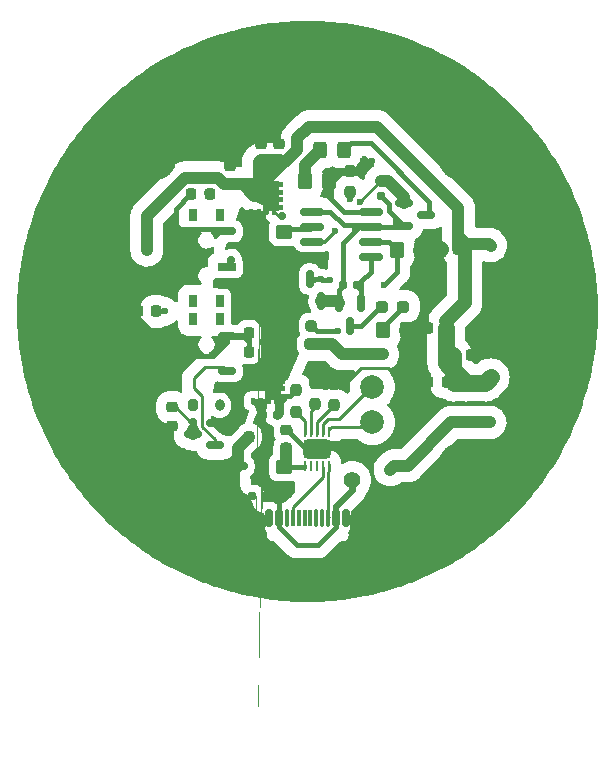
<source format=gbr>
%TF.GenerationSoftware,KiCad,Pcbnew,7.0.11*%
%TF.CreationDate,2024-09-02T12:26:07-05:00*%
%TF.ProjectId,uv_light,75765f6c-6967-4687-942e-6b696361645f,rev?*%
%TF.SameCoordinates,PX5f5e100PY5f5e100*%
%TF.FileFunction,Copper,L1,Top*%
%TF.FilePolarity,Positive*%
%FSLAX46Y46*%
G04 Gerber Fmt 4.6, Leading zero omitted, Abs format (unit mm)*
G04 Created by KiCad (PCBNEW 7.0.11) date 2024-09-02 12:26:07*
%MOMM*%
%LPD*%
G01*
G04 APERTURE LIST*
G04 Aperture macros list*
%AMRoundRect*
0 Rectangle with rounded corners*
0 $1 Rounding radius*
0 $2 $3 $4 $5 $6 $7 $8 $9 X,Y pos of 4 corners*
0 Add a 4 corners polygon primitive as box body*
4,1,4,$2,$3,$4,$5,$6,$7,$8,$9,$2,$3,0*
0 Add four circle primitives for the rounded corners*
1,1,$1+$1,$2,$3*
1,1,$1+$1,$4,$5*
1,1,$1+$1,$6,$7*
1,1,$1+$1,$8,$9*
0 Add four rect primitives between the rounded corners*
20,1,$1+$1,$2,$3,$4,$5,0*
20,1,$1+$1,$4,$5,$6,$7,0*
20,1,$1+$1,$6,$7,$8,$9,0*
20,1,$1+$1,$8,$9,$2,$3,0*%
%AMFreePoly0*
4,1,61,0.218536,1.608536,0.220000,1.605000,0.220000,1.230000,1.350000,1.230000,1.353536,1.228536,1.355000,1.225000,1.355000,1.180000,1.650000,1.180000,1.653536,1.178536,1.655000,1.175000,1.655000,0.775000,1.653536,0.771464,1.650000,0.770000,1.355000,0.770000,1.355000,0.530000,1.650000,0.530000,1.653536,0.528536,1.655000,0.525000,1.655000,0.125000,1.653536,0.121464,
1.650000,0.120000,1.355000,0.120000,1.355000,-0.120000,1.650000,-0.120000,1.653536,-0.121464,1.655000,-0.125000,1.655000,-0.525000,1.653536,-0.528536,1.650000,-0.530000,1.355000,-0.530000,1.355000,-0.770000,1.650000,-0.770000,1.653536,-0.771464,1.655000,-0.775000,1.655000,-1.175000,1.653536,-1.178536,1.650000,-1.180000,1.355000,-1.180000,1.355000,-1.225000,1.353536,-1.228536,
1.350000,-1.230000,0.220000,-1.230000,0.220000,-1.605000,0.218536,-1.608536,0.215000,-1.610000,-0.215000,-1.610000,-0.218536,-1.608536,-0.220000,-1.605000,-0.220000,-1.230000,-0.630000,-1.230000,-0.633536,-1.228536,-0.635000,-1.225000,-0.635000,1.225000,-0.633536,1.228536,-0.630000,1.230000,-0.220000,1.230000,-0.220000,1.605000,-0.218536,1.608536,-0.215000,1.610000,0.215000,1.610000,
0.218536,1.608536,0.218536,1.608536,$1*%
G04 Aperture macros list end*
%TA.AperFunction,SMDPad,CuDef*%
%ADD10RoundRect,0.150000X-0.150000X-0.575000X0.150000X-0.575000X0.150000X0.575000X-0.150000X0.575000X0*%
%TD*%
%TA.AperFunction,SMDPad,CuDef*%
%ADD11R,0.300000X1.450000*%
%TD*%
%TA.AperFunction,SMDPad,CuDef*%
%ADD12RoundRect,0.075000X-0.075000X-0.650000X0.075000X-0.650000X0.075000X0.650000X-0.075000X0.650000X0*%
%TD*%
%TA.AperFunction,ComponentPad*%
%ADD13O,1.000000X2.100000*%
%TD*%
%TA.AperFunction,ComponentPad*%
%ADD14O,1.000000X1.600000*%
%TD*%
%TA.AperFunction,SMDPad,CuDef*%
%ADD15RoundRect,0.225000X0.225000X0.250000X-0.225000X0.250000X-0.225000X-0.250000X0.225000X-0.250000X0*%
%TD*%
%TA.AperFunction,SMDPad,CuDef*%
%ADD16R,0.350000X0.500000*%
%TD*%
%TA.AperFunction,SMDPad,CuDef*%
%ADD17FreePoly0,90.000000*%
%TD*%
%TA.AperFunction,SMDPad,CuDef*%
%ADD18C,2.000000*%
%TD*%
%TA.AperFunction,SMDPad,CuDef*%
%ADD19RoundRect,0.250000X0.350000X0.450000X-0.350000X0.450000X-0.350000X-0.450000X0.350000X-0.450000X0*%
%TD*%
%TA.AperFunction,SMDPad,CuDef*%
%ADD20RoundRect,0.062500X0.062500X-0.362500X0.062500X0.362500X-0.062500X0.362500X-0.062500X-0.362500X0*%
%TD*%
%TA.AperFunction,SMDPad,CuDef*%
%ADD21RoundRect,0.090000X0.035000X-0.335000X0.035000X0.335000X-0.035000X0.335000X-0.035000X-0.335000X0*%
%TD*%
%TA.AperFunction,HeatsinkPad*%
%ADD22RoundRect,0.412500X0.777500X-0.412500X0.777500X0.412500X-0.777500X0.412500X-0.777500X-0.412500X0*%
%TD*%
%TA.AperFunction,SMDPad,CuDef*%
%ADD23RoundRect,0.225000X-0.250000X0.225000X-0.250000X-0.225000X0.250000X-0.225000X0.250000X0.225000X0*%
%TD*%
%TA.AperFunction,SMDPad,CuDef*%
%ADD24RoundRect,0.237500X0.237500X-0.250000X0.237500X0.250000X-0.237500X0.250000X-0.237500X-0.250000X0*%
%TD*%
%TA.AperFunction,SMDPad,CuDef*%
%ADD25RoundRect,0.150000X-0.150000X0.587500X-0.150000X-0.587500X0.150000X-0.587500X0.150000X0.587500X0*%
%TD*%
%TA.AperFunction,SMDPad,CuDef*%
%ADD26RoundRect,0.225000X0.250000X-0.225000X0.250000X0.225000X-0.250000X0.225000X-0.250000X-0.225000X0*%
%TD*%
%TA.AperFunction,ComponentPad*%
%ADD27C,3.800000*%
%TD*%
%TA.AperFunction,SMDPad,CuDef*%
%ADD28RoundRect,0.160000X0.160000X-0.197500X0.160000X0.197500X-0.160000X0.197500X-0.160000X-0.197500X0*%
%TD*%
%TA.AperFunction,SMDPad,CuDef*%
%ADD29RoundRect,0.150000X0.587500X0.150000X-0.587500X0.150000X-0.587500X-0.150000X0.587500X-0.150000X0*%
%TD*%
%TA.AperFunction,SMDPad,CuDef*%
%ADD30R,0.800000X1.000000*%
%TD*%
%TA.AperFunction,SMDPad,CuDef*%
%ADD31RoundRect,0.175000X-0.575000X0.175000X-0.575000X-0.175000X0.575000X-0.175000X0.575000X0.175000X0*%
%TD*%
%TA.AperFunction,SMDPad,CuDef*%
%ADD32R,1.500000X0.700000*%
%TD*%
%TA.AperFunction,SMDPad,CuDef*%
%ADD33RoundRect,0.155000X-0.212500X-0.155000X0.212500X-0.155000X0.212500X0.155000X-0.212500X0.155000X0*%
%TD*%
%TA.AperFunction,SMDPad,CuDef*%
%ADD34RoundRect,0.237500X0.287500X0.237500X-0.287500X0.237500X-0.287500X-0.237500X0.287500X-0.237500X0*%
%TD*%
%TA.AperFunction,SMDPad,CuDef*%
%ADD35RoundRect,0.250000X-0.325000X-0.450000X0.325000X-0.450000X0.325000X0.450000X-0.325000X0.450000X0*%
%TD*%
%TA.AperFunction,SMDPad,CuDef*%
%ADD36RoundRect,0.087500X0.087500X-0.162500X0.087500X0.162500X-0.087500X0.162500X-0.087500X-0.162500X0*%
%TD*%
%TA.AperFunction,SMDPad,CuDef*%
%ADD37RoundRect,0.250000X-0.350000X-0.450000X0.350000X-0.450000X0.350000X0.450000X-0.350000X0.450000X0*%
%TD*%
%TA.AperFunction,SMDPad,CuDef*%
%ADD38RoundRect,0.225000X-0.225000X-0.250000X0.225000X-0.250000X0.225000X0.250000X-0.225000X0.250000X0*%
%TD*%
%TA.AperFunction,SMDPad,CuDef*%
%ADD39RoundRect,0.150000X0.825000X0.150000X-0.825000X0.150000X-0.825000X-0.150000X0.825000X-0.150000X0*%
%TD*%
%TA.AperFunction,SMDPad,CuDef*%
%ADD40RoundRect,0.150000X-0.587500X-0.150000X0.587500X-0.150000X0.587500X0.150000X-0.587500X0.150000X0*%
%TD*%
%TA.AperFunction,SMDPad,CuDef*%
%ADD41RoundRect,0.250000X0.450000X-0.350000X0.450000X0.350000X-0.450000X0.350000X-0.450000X-0.350000X0*%
%TD*%
%TA.AperFunction,SMDPad,CuDef*%
%ADD42RoundRect,0.237500X-0.237500X0.250000X-0.237500X-0.250000X0.237500X-0.250000X0.237500X0.250000X0*%
%TD*%
%TA.AperFunction,SMDPad,CuDef*%
%ADD43RoundRect,0.237500X-0.250000X-0.237500X0.250000X-0.237500X0.250000X0.237500X-0.250000X0.237500X0*%
%TD*%
%TA.AperFunction,ComponentPad*%
%ADD44C,1.400000*%
%TD*%
%TA.AperFunction,SMDPad,CuDef*%
%ADD45RoundRect,0.150000X0.150000X-0.587500X0.150000X0.587500X-0.150000X0.587500X-0.150000X-0.587500X0*%
%TD*%
%TA.AperFunction,SMDPad,CuDef*%
%ADD46RoundRect,0.400000X0.000000X0.100000X0.000000X-0.100000X0.000000X-0.100000X0.000000X0.100000X0*%
%TD*%
%TA.AperFunction,SMDPad,CuDef*%
%ADD47RoundRect,0.200000X-0.200000X0.300000X-0.200000X-0.300000X0.200000X-0.300000X0.200000X0.300000X0*%
%TD*%
%TA.AperFunction,SMDPad,CuDef*%
%ADD48RoundRect,0.160000X-0.197500X-0.160000X0.197500X-0.160000X0.197500X0.160000X-0.197500X0.160000X0*%
%TD*%
%TA.AperFunction,SMDPad,CuDef*%
%ADD49RoundRect,0.160000X0.197500X0.160000X-0.197500X0.160000X-0.197500X-0.160000X0.197500X-0.160000X0*%
%TD*%
%TA.AperFunction,ViaPad*%
%ADD50C,0.700000*%
%TD*%
%TA.AperFunction,ViaPad*%
%ADD51C,0.600000*%
%TD*%
%TA.AperFunction,Conductor*%
%ADD52C,0.400000*%
%TD*%
%TA.AperFunction,Conductor*%
%ADD53C,0.240000*%
%TD*%
%TA.AperFunction,Conductor*%
%ADD54C,0.800000*%
%TD*%
%TA.AperFunction,Conductor*%
%ADD55C,0.600000*%
%TD*%
%TA.AperFunction,Conductor*%
%ADD56C,1.000000*%
%TD*%
%TA.AperFunction,Conductor*%
%ADD57C,1.400000*%
%TD*%
%TA.AperFunction,Conductor*%
%ADD58C,0.500000*%
%TD*%
%TA.AperFunction,Conductor*%
%ADD59C,1.200000*%
%TD*%
G04 APERTURE END LIST*
D10*
%TO.P,J1,A1,GND*%
%TO.N,GND*%
X-3250000Y-17455000D03*
%TO.P,J1,A4,VBUS*%
%TO.N,VBUS*%
X-2450000Y-17455000D03*
D11*
%TO.P,J1,A5,CC1*%
%TO.N,/CC1*%
X-1250000Y-17455000D03*
%TO.P,J1,A6,D+*%
%TO.N,unconnected-(J1-D+-PadA6)*%
X-250000Y-17455000D03*
%TO.P,J1,A7,D-*%
%TO.N,unconnected-(J1-D--PadA7)*%
X250000Y-17455000D03*
D12*
%TO.P,J1,A8,SBU1*%
%TO.N,unconnected-(J1-SBU1-PadA8)*%
X1250000Y-17455000D03*
D10*
%TO.P,J1,A9,VBUS*%
%TO.N,VBUS*%
X2450000Y-17455000D03*
%TO.P,J1,A12,GND*%
%TO.N,GND*%
X3250000Y-17455000D03*
%TO.P,J1,B1,GND*%
X3250000Y-17455000D03*
%TO.P,J1,B4,VBUS*%
%TO.N,VBUS*%
X2450000Y-17455000D03*
D12*
%TO.P,J1,B5,CC2*%
%TO.N,/CC2*%
X1750000Y-17455000D03*
%TO.P,J1,B6,D+*%
%TO.N,unconnected-(J1-D+-PadB6)*%
X750000Y-17455000D03*
D11*
%TO.P,J1,B7,D-*%
%TO.N,unconnected-(J1-D--PadB7)*%
X-750000Y-17455000D03*
D12*
%TO.P,J1,B8,SBU2*%
%TO.N,unconnected-(J1-SBU2-PadB8)*%
X-1750000Y-17455000D03*
D10*
%TO.P,J1,B9,VBUS*%
%TO.N,VBUS*%
X-2450000Y-17455000D03*
%TO.P,J1,B12,GND*%
%TO.N,GND*%
X-3250000Y-17455000D03*
D13*
%TO.P,J1,S1,SHIELD*%
X-4320000Y-18370000D03*
D14*
X-4320000Y-22550000D03*
D13*
X4320000Y-18370000D03*
D14*
X4320000Y-22550000D03*
%TD*%
D15*
%TO.P,C13,1*%
%TO.N,+12V*%
X-3400000Y-3400000D03*
%TO.P,C13,2*%
%TO.N,GND*%
X-4950000Y-3400000D03*
%TD*%
%TO.P,C8,1*%
%TO.N,Net-(D11-A)*%
X11775000Y-1400000D03*
%TO.P,C8,2*%
%TO.N,GND*%
X10225000Y-1400000D03*
%TD*%
D16*
%TO.P,Q3,1,1*%
%TO.N,VBUS*%
X-4600000Y-7600000D03*
%TO.P,Q3,2,2*%
X-3950000Y-7600000D03*
%TO.P,Q3,3,3*%
X-3300000Y-7600000D03*
%TO.P,Q3,4*%
%TO.N,Net-(Q3-Pad4)*%
X-2650000Y-7600000D03*
D17*
%TO.P,Q3,5_6_7_8*%
%TO.N,+12V*%
X-3625000Y-6200000D03*
%TD*%
D18*
%TO.P,TP3,1,1*%
%TO.N,Net-(U1-SDA)*%
X5500000Y-9400000D03*
%TD*%
D19*
%TO.P,R13,1*%
%TO.N,GND*%
X1800000Y11000000D03*
%TO.P,R13,2*%
%TO.N,Net-(D26-K)*%
X-200000Y11000000D03*
%TD*%
D20*
%TO.P,U1,1,VIN*%
%TO.N,Net-(U1-VIN)*%
X-200000Y-13100000D03*
%TO.P,U1,2,D+*%
%TO.N,unconnected-(U1-D+-Pad2)*%
X300000Y-13100000D03*
%TO.P,U1,3,D-*%
%TO.N,unconnected-(U1-D--Pad3)*%
X800000Y-13100000D03*
%TO.P,U1,4,CC1*%
%TO.N,/CC1*%
X1300000Y-13100000D03*
%TO.P,U1,5,CC2*%
%TO.N,/CC2*%
X1800000Y-13100000D03*
D21*
%TO.P,U1,6,SDA*%
%TO.N,Net-(U1-SDA)*%
X1800000Y-10200000D03*
D20*
%TO.P,U1,7,SCL*%
%TO.N,Net-(U1-SCL)*%
X1300000Y-10200000D03*
%TO.P,U1,8,VSET*%
%TO.N,Net-(U1-VSET)*%
X800000Y-10200000D03*
%TO.P,U1,9,ISET*%
%TO.N,Net-(U1-ISET)*%
X300000Y-10200000D03*
%TO.P,U1,10,Gate*%
%TO.N,Net-(U1-Gate)*%
X-200000Y-10200000D03*
D22*
%TO.P,U1,11,GND*%
%TO.N,GND*%
X800000Y-11650000D03*
%TD*%
D23*
%TO.P,C4,1*%
%TO.N,Net-(D5-A)*%
X-11450000Y-8125000D03*
%TO.P,C4,2*%
%TO.N,GND*%
X-11450000Y-9675000D03*
%TD*%
D24*
%TO.P,R5,1*%
%TO.N,Net-(U1-VSET)*%
X2200000Y-7962500D03*
%TO.P,R5,2*%
%TO.N,GND*%
X2200000Y-6137500D03*
%TD*%
D25*
%TO.P,Q5,1,G*%
%TO.N,Net-(Q5-G)*%
X4550000Y675000D03*
%TO.P,Q5,2,S*%
%TO.N,/VREF*%
X2650000Y675000D03*
%TO.P,Q5,3,D*%
%TO.N,Net-(D27-A)*%
X3600000Y-1200000D03*
%TD*%
D26*
%TO.P,C5,1*%
%TO.N,Net-(D11-A)*%
X-6600000Y10800000D03*
%TO.P,C5,2*%
%TO.N,GND*%
X-6600000Y12350000D03*
%TD*%
D27*
%TO.P,H1,1,1*%
%TO.N,GND*%
X13000000Y13000000D03*
%TD*%
D28*
%TO.P,R11,1*%
%TO.N,/VREF*%
X6200000Y9802500D03*
%TO.P,R11,2*%
%TO.N,Net-(Q4-G)*%
X6200000Y10997500D03*
%TD*%
D24*
%TO.P,R7,1*%
%TO.N,Net-(U2B--)*%
X3600000Y10087500D03*
%TO.P,R7,2*%
%TO.N,GND*%
X3600000Y11912500D03*
%TD*%
D15*
%TO.P,C1,1*%
%TO.N,+12V*%
X-3425000Y-1800000D03*
%TO.P,C1,2*%
%TO.N,GND*%
X-4975000Y-1800000D03*
%TD*%
D29*
%TO.P,D21,1,A1*%
%TO.N,VBUS*%
X-3950000Y-14050000D03*
%TO.P,D21,2,A2*%
X-3950000Y-12150000D03*
%TO.P,D21,3,common*%
%TO.N,GND*%
X-5825000Y-13100000D03*
%TD*%
D30*
%TO.P,SW2,*%
%TO.N,*%
X-7450000Y8170000D03*
X-9660000Y8170000D03*
X-7450000Y870000D03*
X-9660000Y870000D03*
D31*
%TO.P,SW2,1,A*%
%TO.N,GND*%
X-6800000Y6770000D03*
D32*
%TO.P,SW2,2,B*%
%TO.N,Net-(SW2-B)*%
X-6800000Y3770000D03*
%TO.P,SW2,3,C*%
%TO.N,+12V*%
X-6800000Y2270000D03*
%TD*%
D33*
%TO.P,C15,1*%
%TO.N,GND*%
X-4667500Y-15600000D03*
%TO.P,C15,2*%
%TO.N,VBUS*%
X-3532500Y-15600000D03*
%TD*%
D29*
%TO.P,Q1,1,G*%
%TO.N,Net-(Q1-G)*%
X-7800000Y-11350000D03*
%TO.P,Q1,2,S*%
%TO.N,+12V*%
X-7800000Y-9450000D03*
%TO.P,Q1,3,D*%
%TO.N,Net-(D5-A)*%
X-9675000Y-10400000D03*
%TD*%
D26*
%TO.P,C7,1*%
%TO.N,Net-(D11-A)*%
X-2400000Y12625000D03*
%TO.P,C7,2*%
%TO.N,GND*%
X-2400000Y14175000D03*
%TD*%
D34*
%TO.P,D27,1,K*%
%TO.N,Net-(D27-K)*%
X8075000Y400000D03*
%TO.P,D27,2,A*%
%TO.N,Net-(D27-A)*%
X6325000Y400000D03*
%TD*%
D35*
%TO.P,D26,1,K*%
%TO.N,Net-(D26-K)*%
X1075000Y13700000D03*
%TO.P,D26,2,A*%
%TO.N,Net-(D26-A)*%
X3125000Y13700000D03*
%TD*%
D16*
%TO.P,Q2,1,1*%
%TO.N,+12V*%
X-4750000Y8400000D03*
%TO.P,Q2,2,2*%
X-4100000Y8400000D03*
D36*
%TO.P,Q2,3,3*%
X-3450000Y8400000D03*
D16*
%TO.P,Q2,4*%
%TO.N,Net-(SW2-B)*%
X-2800000Y8400000D03*
D17*
%TO.P,Q2,5_6_7_8*%
%TO.N,Net-(D11-A)*%
X-3775000Y9800000D03*
%TD*%
D24*
%TO.P,R6,1*%
%TO.N,Net-(U1-ISET)*%
X600000Y-7862500D03*
%TO.P,R6,2*%
%TO.N,GND*%
X600000Y-6037500D03*
%TD*%
D37*
%TO.P,R9,1*%
%TO.N,Net-(U2A--)*%
X7600000Y5200000D03*
%TO.P,R9,2*%
%TO.N,GND*%
X9600000Y5200000D03*
%TD*%
D38*
%TO.P,C3,1*%
%TO.N,Net-(D11-A)*%
X12325000Y-3700000D03*
%TO.P,C3,2*%
%TO.N,GND*%
X13875000Y-3700000D03*
%TD*%
D39*
%TO.P,U2,1*%
%TO.N,Net-(Q5-G)*%
X5355000Y4645000D03*
%TO.P,U2,2,-*%
%TO.N,Net-(U2A--)*%
X5355000Y5915000D03*
%TO.P,U2,3,+*%
%TO.N,/VREF*%
X5355000Y7185000D03*
%TO.P,U2,4,GND*%
%TO.N,GND*%
X5355000Y8455000D03*
%TO.P,U2,5,+*%
%TO.N,/VREF*%
X405000Y8455000D03*
%TO.P,U2,6,-*%
%TO.N,Net-(U2B--)*%
X405000Y7185000D03*
%TO.P,U2,7*%
%TO.N,Net-(Q4-G)*%
X405000Y5915000D03*
%TO.P,U2,8,Vcc*%
%TO.N,+12V*%
X405000Y4645000D03*
%TD*%
D40*
%TO.P,Q4,1,G*%
%TO.N,Net-(Q4-G)*%
X8125000Y9150000D03*
%TO.P,Q4,2,S*%
%TO.N,/VREF*%
X8125000Y7250000D03*
%TO.P,Q4,3,D*%
%TO.N,Net-(D26-A)*%
X10000000Y8200000D03*
%TD*%
D41*
%TO.P,R2,1*%
%TO.N,VBUS*%
X-2000000Y-15200000D03*
%TO.P,R2,2*%
%TO.N,Net-(U1-VIN)*%
X-2000000Y-13200000D03*
%TD*%
D42*
%TO.P,R4,1*%
%TO.N,Net-(Q3-Pad4)*%
X-1000000Y-6687500D03*
%TO.P,R4,2*%
%TO.N,Net-(U1-Gate)*%
X-1000000Y-8512500D03*
%TD*%
D26*
%TO.P,C12,1*%
%TO.N,Net-(D11-A)*%
X-3950000Y12625000D03*
%TO.P,C12,2*%
%TO.N,GND*%
X-3950000Y14175000D03*
%TD*%
D43*
%TO.P,R1,1*%
%TO.N,+12V*%
X-1625000Y-2800000D03*
%TO.P,R1,2*%
%TO.N,Net-(D1-A)*%
X200000Y-2800000D03*
%TD*%
D44*
%TO.P,TP1,1,1*%
%TO.N,GND*%
X3800000Y-11750000D03*
%TO.P,TP1,2,2*%
%TO.N,VBUS*%
X3800000Y-14290000D03*
%TD*%
D45*
%TO.P,U3,1,K*%
%TO.N,+12V*%
X-750000Y862500D03*
%TO.P,U3,2,REF*%
%TO.N,/VREF*%
X1150000Y862500D03*
%TO.P,U3,3,A*%
%TO.N,GND*%
X200000Y2737500D03*
%TD*%
D43*
%TO.P,R10,1*%
%TO.N,+12V*%
X-1512500Y-1200000D03*
%TO.P,R10,2*%
%TO.N,Net-(U2A--)*%
X312500Y-1200000D03*
%TD*%
D27*
%TO.P,H3,1,1*%
%TO.N,GND*%
X13000000Y-13000000D03*
%TD*%
D18*
%TO.P,TP2,1,1*%
%TO.N,Net-(U1-SCL)*%
X5500000Y-6400000D03*
%TD*%
D41*
%TO.P,R8,1*%
%TO.N,+12V*%
X-2000000Y4700000D03*
%TO.P,R8,2*%
%TO.N,Net-(U2B--)*%
X-2000000Y6700000D03*
%TD*%
D15*
%TO.P,C14,1*%
%TO.N,VBUS*%
X-3400000Y-10600000D03*
%TO.P,C14,2*%
%TO.N,GND*%
X-4950000Y-10600000D03*
%TD*%
D37*
%TO.P,R14,1*%
%TO.N,Net-(D27-K)*%
X6400000Y-1600000D03*
%TO.P,R14,2*%
%TO.N,GND*%
X8400000Y-1600000D03*
%TD*%
D15*
%TO.P,C6,1*%
%TO.N,Net-(D11-A)*%
X12775000Y5300000D03*
%TO.P,C6,2*%
%TO.N,GND*%
X11225000Y5300000D03*
%TD*%
D27*
%TO.P,H2,1,1*%
%TO.N,GND*%
X-13000000Y13000000D03*
%TD*%
D30*
%TO.P,SW1,*%
%TO.N,*%
X-7450000Y-650000D03*
X-9660000Y-650000D03*
D46*
X-7450000Y-7950000D03*
D47*
X-9660000Y-7950000D03*
D31*
%TO.P,SW1,1,A*%
%TO.N,GND*%
X-6800000Y-2050000D03*
%TO.P,SW1,2,B*%
%TO.N,Net-(Q1-G)*%
X-6800000Y-5050000D03*
D32*
%TO.P,SW1,3,C*%
%TO.N,+12V*%
X-6800000Y-6550000D03*
%TD*%
D48*
%TO.P,R12,1*%
%TO.N,/VREF*%
X3002500Y2200000D03*
%TO.P,R12,2*%
%TO.N,Net-(Q5-G)*%
X4197500Y2200000D03*
%TD*%
D15*
%TO.P,C10,1*%
%TO.N,Net-(D11-A)*%
X11775000Y-6000000D03*
%TO.P,C10,2*%
%TO.N,GND*%
X10225000Y-6000000D03*
%TD*%
%TO.P,C2,1*%
%TO.N,Net-(D5-A)*%
X-8300000Y9900000D03*
%TO.P,C2,2*%
%TO.N,GND*%
X-9850000Y9900000D03*
%TD*%
D26*
%TO.P,C9,1*%
%TO.N,Net-(U1-VIN)*%
X-1800000Y-11575000D03*
%TO.P,C9,2*%
%TO.N,GND*%
X-1800000Y-10025000D03*
%TD*%
D15*
%TO.P,C11,1*%
%TO.N,Net-(D11-A)*%
X-12825000Y0D03*
%TO.P,C11,2*%
%TO.N,GND*%
X-14375000Y0D03*
%TD*%
D27*
%TO.P,H4,1,1*%
%TO.N,GND*%
X-13000000Y-13000000D03*
%TD*%
D49*
%TO.P,R3,1*%
%TO.N,Net-(Q3-Pad4)*%
X-2602500Y-8800000D03*
%TO.P,R3,2*%
%TO.N,VBUS*%
X-3797500Y-8800000D03*
%TD*%
D50*
%TO.N,GND*%
X8800000Y2500000D03*
X14600000Y-3200000D03*
X-16200000Y3000000D03*
X-4000000Y15000000D03*
X-11000000Y20000000D03*
X-23000000Y0D03*
D51*
X-1800000Y-10000000D03*
X8450000Y-1600000D03*
D50*
X-13000000Y-19000000D03*
X10000000Y20000000D03*
X-19000000Y12000000D03*
D51*
X1900000Y2650000D03*
D50*
X13000000Y-19000000D03*
D51*
X5450000Y12700000D03*
D50*
X0Y-23000000D03*
X23000000Y0D03*
D51*
X4700000Y12700000D03*
X1300000Y-6300000D03*
X1150000Y2737500D03*
X9900000Y-8000000D03*
X11225000Y5300000D03*
D50*
X19000000Y12000000D03*
X20000000Y-11000000D03*
X0Y23000000D03*
X-20000000Y-11000000D03*
%TO.N,Net-(D5-A)*%
X-9675000Y-10400000D03*
X-8425000Y10000000D03*
X-9725000Y-9350000D03*
%TO.N,Net-(D11-A)*%
X-13600000Y5200000D03*
X-3125000Y12625000D03*
X-3775000Y11250000D03*
X13300000Y5300000D03*
D51*
X-12075000Y0D03*
X15500000Y5575000D03*
D50*
X-13600000Y6500000D03*
D51*
X15500000Y-5575000D03*
X12600000Y50000D03*
D50*
X11750000Y-800000D03*
X13800000Y-6025000D03*
%TO.N,Net-(D1-A)*%
X5175000Y-3600000D03*
X6350000Y-3600000D03*
D51*
%TO.N,Net-(D7-K)*%
X8000000Y-13075000D03*
X15450000Y-9400000D03*
X7000000Y-13400000D03*
X14450000Y-9400000D03*
D50*
%TO.N,Net-(SW2-B)*%
X-6450000Y4350000D03*
X-2200000Y8050000D03*
D51*
%TO.N,Net-(Q4-G)*%
X2300000Y6800000D03*
X4400000Y9300000D03*
%TO.N,Net-(U2B--)*%
X405000Y7185000D03*
X3600000Y9500000D03*
%TO.N,Net-(U2A--)*%
X6500000Y2250000D03*
X2550000Y-1650000D03*
%TD*%
D52*
%TO.N,GND*%
X-14375000Y0D02*
X-14375000Y-525000D01*
X-14375000Y-525000D02*
X-11100000Y-3800000D01*
X-8000000Y-3800000D02*
X-6800000Y-2600000D01*
X-11100000Y-3800000D02*
X-8000000Y-3800000D01*
X-6800000Y-2600000D02*
X-6800000Y-2050000D01*
D53*
X3162500Y-6137500D02*
X2200000Y-6137500D01*
D54*
X-3405000Y-17455000D02*
X-4320000Y-18370000D01*
D55*
X-6800000Y-2050000D02*
X-5225000Y-2050000D01*
D52*
X-9850000Y9900000D02*
X-9950000Y9900000D01*
D56*
X-5875000Y-13100000D02*
X-5875000Y-11525000D01*
D52*
X4700000Y12700000D02*
X5450000Y12700000D01*
D54*
X800000Y-11750000D02*
X1200000Y-11350000D01*
D52*
X-4950000Y-1825000D02*
X-4975000Y-1800000D01*
X3912500Y11912500D02*
X4700000Y12700000D01*
D53*
X9900000Y-7850000D02*
X6850000Y-4800000D01*
X9900000Y-8000000D02*
X9900000Y-7850000D01*
D54*
X1200000Y-11350000D02*
X3000000Y-11350000D01*
D53*
X6850000Y-4800000D02*
X4500000Y-4800000D01*
D54*
X3000000Y-11350000D02*
X3400000Y-11750000D01*
D52*
X1150000Y2737500D02*
X200000Y2737500D01*
X-9250000Y6950000D02*
X-9450000Y6950000D01*
X-3250000Y-17455000D02*
X-3405000Y-17455000D01*
D57*
X9600000Y5200000D02*
X11125000Y5200000D01*
D52*
X1237500Y2650000D02*
X1150000Y2737500D01*
X-5225000Y-2050000D02*
X-4975000Y-1800000D01*
X-14375000Y2025000D02*
X-14375000Y0D01*
X-4950000Y-3400000D02*
X-4950000Y-1825000D01*
D57*
X8400000Y-1600000D02*
X8450000Y-1600000D01*
D52*
X600000Y-6287500D02*
X1287500Y-6287500D01*
X3600000Y11912500D02*
X3912500Y11912500D01*
X1800000Y9700000D02*
X1800000Y11000000D01*
X-1800000Y-10000000D02*
X-50000Y-11750000D01*
X1900000Y2650000D02*
X1237500Y2650000D01*
X-11150000Y7300000D02*
X-10800000Y6950000D01*
X-11150000Y8700000D02*
X-11150000Y7300000D01*
X-9450000Y6950000D02*
X-14375000Y2025000D01*
X-6800000Y6800000D02*
X-6950000Y6950000D01*
X-10800000Y6950000D02*
X-9250000Y6950000D01*
D57*
X11125000Y5200000D02*
X11225000Y5300000D01*
D52*
X3250000Y-17455000D02*
X3405000Y-17455000D01*
X3045000Y8455000D02*
X1800000Y9700000D01*
D56*
X-5875000Y-11525000D02*
X-4950000Y-10600000D01*
D52*
X-50000Y-11750000D02*
X800000Y-11750000D01*
X1287500Y-6287500D02*
X1300000Y-6300000D01*
X-1800000Y-10025000D02*
X-1800000Y-10000000D01*
X5355000Y8455000D02*
X3045000Y8455000D01*
D53*
X4500000Y-4800000D02*
X3162500Y-6137500D01*
D52*
X3400000Y-11750000D02*
X3800000Y-12150000D01*
D54*
X3405000Y-17455000D02*
X4320000Y-18370000D01*
D52*
X-9950000Y9900000D02*
X-11150000Y8700000D01*
X-6950000Y6950000D02*
X-9250000Y6950000D01*
D55*
%TO.N,VBUS*%
X3800000Y-15100000D02*
X3800000Y-14690000D01*
D52*
X-2450000Y-17455000D02*
X-2450000Y-15650000D01*
D58*
X2450000Y-17455000D02*
X2450000Y-16450000D01*
D52*
X-873984Y-19820000D02*
X-2450000Y-18243984D01*
X2450000Y-18243984D02*
X873984Y-19820000D01*
X-2450000Y-15650000D02*
X-2000000Y-15200000D01*
X-2450000Y-18243984D02*
X-2450000Y-17455000D01*
X873984Y-19820000D02*
X-873984Y-19820000D01*
X2450000Y-17455000D02*
X2450000Y-18243984D01*
D55*
X2450000Y-16450000D02*
X3800000Y-15100000D01*
D56*
%TO.N,Net-(D26-K)*%
X1075000Y13700000D02*
X-200000Y12425000D01*
X-200000Y12425000D02*
X-200000Y11000000D01*
D52*
%TO.N,Net-(D26-A)*%
X10300000Y8500000D02*
X10000000Y8200000D01*
X3125000Y13700000D02*
X3675000Y14250000D01*
X3675000Y14250000D02*
X5350000Y14250000D01*
X5350000Y14250000D02*
X10300000Y9300000D01*
X10300000Y9300000D02*
X10300000Y8500000D01*
D53*
%TO.N,/CC1*%
X-1250000Y-16550000D02*
X-1250000Y-17455000D01*
X1300000Y-14000000D02*
X-1250000Y-16550000D01*
X1300000Y-13200000D02*
X1300000Y-14000000D01*
%TO.N,/CC2*%
X1750000Y-17455000D02*
X1800000Y-17405000D01*
X1750000Y-13600000D02*
X1750000Y-17455000D01*
X1800000Y-13550000D02*
X1750000Y-13600000D01*
X1800000Y-12900000D02*
X1800000Y-13550000D01*
%TO.N,Net-(Q1-G)*%
X-7850000Y-10806338D02*
X-7850000Y-11400000D01*
X-9600000Y-6500000D02*
X-8907500Y-7192500D01*
X-8700000Y-4700000D02*
X-9600000Y-5600000D01*
X-9600000Y-5600000D02*
X-9600000Y-6500000D01*
X-8907500Y-9748838D02*
X-7850000Y-10806338D01*
X-8907500Y-7192500D02*
X-8907500Y-9748838D01*
X-6800000Y-5050000D02*
X-7150000Y-4700000D01*
X-7150000Y-4700000D02*
X-8700000Y-4700000D01*
D52*
%TO.N,/VREF*%
X3900000Y7300000D02*
X3900000Y6900000D01*
X3080000Y7300000D02*
X3900000Y7300000D01*
X8060000Y7185000D02*
X8125000Y7250000D01*
X5240000Y7300000D02*
X5355000Y7185000D01*
X1925000Y8455000D02*
X3080000Y7300000D01*
X2650000Y1847500D02*
X3002500Y2200000D01*
X5355000Y7185000D02*
X7400000Y7185000D01*
X2650000Y675000D02*
X2650000Y1847500D01*
D56*
X2462500Y862500D02*
X2650000Y675000D01*
D52*
X6200000Y9802500D02*
X6200000Y9800000D01*
X7400000Y7185000D02*
X8060000Y7185000D01*
X6900000Y9100000D02*
X6900000Y8475000D01*
X3900000Y7300000D02*
X5240000Y7300000D01*
X7400000Y7700000D02*
X7400000Y7185000D01*
D56*
X1150000Y862500D02*
X2462500Y862500D01*
D52*
X6200000Y9800000D02*
X6900000Y9100000D01*
X405000Y8455000D02*
X1925000Y8455000D01*
X7537500Y7837500D02*
X7400000Y7700000D01*
X6900000Y8475000D02*
X7537500Y7837500D01*
X3900000Y6900000D02*
X3997501Y6802499D01*
X3997501Y6802499D02*
X4380001Y7185000D01*
X7537500Y7837500D02*
X8125000Y7250000D01*
X3002500Y5807499D02*
X3997501Y6802499D01*
X3002500Y2200000D02*
X3002500Y5807499D01*
X4380001Y7185000D02*
X5355000Y7185000D01*
D53*
%TO.N,Net-(U1-VIN)*%
X-200000Y-13000000D02*
X-400000Y-13200000D01*
D52*
X-400000Y-13200000D02*
X-2000000Y-13200000D01*
D56*
X-1800000Y-11575000D02*
X-1800000Y-13000000D01*
X-1800000Y-13000000D02*
X-2000000Y-13200000D01*
D53*
X-200000Y-13300000D02*
X-200000Y-13000000D01*
%TO.N,Net-(U1-VSET)*%
X2200000Y-8200000D02*
X2200000Y-8000000D01*
X800000Y-9362500D02*
X2200000Y-7962500D01*
X800000Y-10400000D02*
X800000Y-9362500D01*
%TO.N,Net-(U1-ISET)*%
X300000Y-8412500D02*
X300000Y-10400000D01*
X600000Y-8112500D02*
X300000Y-8412500D01*
%TO.N,Net-(U1-Gate)*%
X-200000Y-10400000D02*
X-200000Y-9312500D01*
X-200000Y-9312500D02*
X-1000000Y-8512500D01*
%TO.N,Net-(D5-A)*%
X-11175000Y-8125000D02*
X-9950000Y-9350000D01*
X-9950000Y-9350000D02*
X-9725000Y-9350000D01*
D56*
X-9675000Y-10100000D02*
X-9675000Y-10400000D01*
D55*
X-9725000Y-9350000D02*
X-9725000Y-10050000D01*
D53*
X-11450000Y-8125000D02*
X-11175000Y-8125000D01*
D56*
X-9725000Y-10050000D02*
X-9675000Y-10100000D01*
D57*
%TO.N,Net-(D11-A)*%
X12325000Y-3700000D02*
X12325000Y-5950000D01*
D56*
X-6600000Y10800000D02*
X-5500000Y10800000D01*
D57*
X-2400000Y12625000D02*
X-3950000Y12625000D01*
X15050000Y-6025000D02*
X15500000Y-5575000D01*
D56*
X15375000Y5700000D02*
X15500000Y5575000D01*
D52*
X-12825000Y0D02*
X-12075000Y0D01*
D53*
X12775000Y5300000D02*
X13300000Y5300000D01*
D56*
X-3125000Y12625000D02*
X-1875000Y12625000D01*
X13425000Y5700000D02*
X15375000Y5700000D01*
X-4500000Y9800000D02*
X-5500000Y10800000D01*
X-10400000Y11300000D02*
X-13600000Y8100000D01*
D59*
X13300000Y750000D02*
X13300000Y5300000D01*
X11750000Y-800000D02*
X13300000Y750000D01*
D57*
X-3125000Y12625000D02*
X-3950000Y11800000D01*
D52*
X11750000Y-800000D02*
X11750000Y-1400000D01*
D56*
X-1875000Y12625000D02*
X-850000Y13650000D01*
X-3775000Y9800000D02*
X-4500000Y9800000D01*
X-850000Y13650000D02*
X-850000Y14650000D01*
D57*
X13800000Y-6025000D02*
X13427776Y-6025000D01*
D56*
X-7575000Y11300000D02*
X-10400000Y11300000D01*
X-13600000Y6500000D02*
X-13600000Y5200000D01*
D57*
X-3775000Y9800000D02*
X-3775000Y11250000D01*
D56*
X-13600000Y8100000D02*
X-13600000Y6500000D01*
D57*
X-3950000Y12625000D02*
X-3950000Y11800000D01*
X11750000Y-4347224D02*
X11750000Y-1400000D01*
X13800000Y-6025000D02*
X15050000Y-6025000D01*
D56*
X12775000Y6350000D02*
X13425000Y5700000D01*
D57*
X13427776Y-6025000D02*
X11750000Y-4347224D01*
X-3950000Y9975000D02*
X-3775000Y9800000D01*
X12400000Y-6025000D02*
X13800000Y-6025000D01*
D56*
X5900000Y15650000D02*
X12775000Y8775000D01*
X-3775000Y11975000D02*
X-3125000Y12625000D01*
X12775000Y8775000D02*
X12775000Y6350000D01*
X-6600000Y10800000D02*
X-4225000Y10800000D01*
X-850000Y14650000D02*
X150000Y15650000D01*
X-4225000Y10800000D02*
X-3775000Y11250000D01*
D57*
X-2400000Y12625000D02*
X-3125000Y12625000D01*
D56*
X-7075000Y10800000D02*
X-7575000Y11300000D01*
X12775000Y6350000D02*
X12775000Y5300000D01*
X-3775000Y11250000D02*
X-3775000Y11975000D01*
D57*
X-3775000Y11250000D02*
X-2400000Y12625000D01*
X-3950000Y11800000D02*
X-3950000Y9975000D01*
D56*
X150000Y15650000D02*
X5900000Y15650000D01*
D57*
X12325000Y-5950000D02*
X12400000Y-6025000D01*
D56*
X-6600000Y10800000D02*
X-7075000Y10800000D01*
%TO.N,Net-(D1-A)*%
X5175000Y-3600000D02*
X2900000Y-3600000D01*
X2100000Y-2800000D02*
X200000Y-2800000D01*
X5175000Y-3600000D02*
X6350000Y-3600000D01*
X2900000Y-3600000D02*
X2100000Y-2800000D01*
%TO.N,Net-(D7-K)*%
X12150000Y-9400000D02*
X15450000Y-9400000D01*
X7325000Y-13075000D02*
X7000000Y-13400000D01*
X8475000Y-13075000D02*
X12150000Y-9400000D01*
X8000000Y-13075000D02*
X7325000Y-13075000D01*
X8000000Y-13075000D02*
X8475000Y-13075000D01*
D52*
%TO.N,Net-(D27-K)*%
X8075000Y375000D02*
X8075000Y400000D01*
X6400000Y-1300000D02*
X8075000Y375000D01*
X6400000Y-1600000D02*
X6400000Y-1300000D01*
%TO.N,Net-(D27-A)*%
X3600000Y-1200000D02*
X4562500Y-1200000D01*
X4562500Y-1200000D02*
X6162500Y400000D01*
X6162500Y400000D02*
X6325000Y400000D01*
D53*
%TO.N,Net-(SW2-B)*%
X-6450000Y4350000D02*
X-6800000Y4000000D01*
X-2450000Y8050000D02*
X-2800000Y8400000D01*
X-6800000Y4000000D02*
X-6800000Y3800000D01*
X-2200000Y8050000D02*
X-2450000Y8050000D01*
D52*
%TO.N,Net-(Q3-Pad4)*%
X-1800000Y-7200000D02*
X-1512500Y-7200000D01*
D54*
X-2575000Y-8772500D02*
X-2400000Y-8597500D01*
X-2400000Y-8597500D02*
X-2400000Y-7600000D01*
D52*
X-2200000Y-7600000D02*
X-1800000Y-7200000D01*
X-1512500Y-7200000D02*
X-1000000Y-6687500D01*
D56*
%TO.N,Net-(Q4-G)*%
X6802500Y10997500D02*
X8125000Y9675000D01*
X6200000Y10997500D02*
X6802500Y10997500D01*
X8125000Y9675000D02*
X8125000Y9150000D01*
D53*
X6097500Y10997500D02*
X6200000Y10997500D01*
X1415000Y5915000D02*
X405000Y5915000D01*
X4400000Y9300000D02*
X6097500Y10997500D01*
X2300000Y6800000D02*
X1415000Y5915000D01*
D52*
%TO.N,Net-(Q5-G)*%
X4548750Y1848750D02*
X4548750Y2551250D01*
X5355000Y4645000D02*
X5355000Y3357500D01*
X4550000Y1847500D02*
X4197500Y2200000D01*
X4548750Y2551250D02*
X4197500Y2200000D01*
X5355000Y3357500D02*
X4548750Y2551250D01*
X4550000Y675000D02*
X4550000Y1847500D01*
X4550000Y1847500D02*
X4548750Y1848750D01*
D53*
%TO.N,Net-(U1-SCL)*%
X4800000Y-7000000D02*
X4800000Y-6400000D01*
X1300000Y-10000000D02*
X1300000Y-9547678D01*
X1300000Y-9547678D02*
X1747678Y-9100000D01*
X1747678Y-9100000D02*
X2700000Y-9100000D01*
X1300000Y-10400000D02*
X1300000Y-9832332D01*
X2700000Y-9100000D02*
X4800000Y-7000000D01*
%TO.N,Net-(U1-SDA)*%
X4450000Y-9750000D02*
X2050000Y-9750000D01*
X2050000Y-9750000D02*
X1800000Y-10000000D01*
X4800000Y-9400000D02*
X4450000Y-9750000D01*
D52*
%TO.N,Net-(U2B--)*%
X3600000Y10087500D02*
X3600000Y9500000D01*
X170000Y6950000D02*
X-2120000Y6950000D01*
X405000Y7185000D02*
X170000Y6950000D01*
%TO.N,Net-(U2A--)*%
X762500Y-1650000D02*
X312500Y-1200000D01*
X6885000Y5915000D02*
X5355000Y5915000D01*
X7600000Y5200000D02*
X6885000Y5915000D01*
X7600000Y3350000D02*
X7600000Y5200000D01*
X6500000Y2250000D02*
X7600000Y3350000D01*
X2550000Y-1650000D02*
X762500Y-1650000D01*
%TD*%
%TA.AperFunction,Conductor*%
%TO.N,+12V*%
G36*
X-5508072Y8845102D02*
G01*
X-5470468Y8812506D01*
X-5468328Y8809718D01*
X-5468327Y8809717D01*
X-5360242Y8701642D01*
X-5227868Y8625223D01*
X-5224041Y8623638D01*
X-5076495Y8584097D01*
X-5054957Y8584095D01*
X-5039284Y8579491D01*
X-4999005Y8579491D01*
X-4187474Y8579491D01*
X-4145063Y8572013D01*
X-4107684Y8558408D01*
X-4057729Y8549601D01*
X-4047209Y8547268D01*
X-3998206Y8534137D01*
X-3947682Y8529718D01*
X-3936983Y8528310D01*
X-3887030Y8519501D01*
X-3836328Y8519501D01*
X-3825522Y8519030D01*
X-3800292Y8516822D01*
X-3775001Y8514609D01*
X-3775000Y8514609D01*
X-3774999Y8514609D01*
X-3749709Y8516822D01*
X-3724479Y8519030D01*
X-3713672Y8519501D01*
X-3679500Y8519501D01*
X-3612461Y8499816D01*
X-3566706Y8447012D01*
X-3555500Y8395501D01*
X-3555500Y8111952D01*
X-3540560Y7998465D01*
X-3540559Y7998461D01*
X-3482067Y7857247D01*
X-3482066Y7857244D01*
X-3389018Y7735983D01*
X-3341184Y7699279D01*
X-3267755Y7642934D01*
X-3237048Y7630215D01*
X-3182645Y7586375D01*
X-3160579Y7520081D01*
X-3173411Y7460560D01*
X-3234153Y7338084D01*
X-3234153Y7338082D01*
X-3277749Y7162784D01*
X-3280500Y7122210D01*
X-3280500Y6277791D01*
X-3277749Y6237217D01*
X-3234153Y6061915D01*
X-3234152Y6061914D01*
X-3153894Y5900086D01*
X-3153892Y5900083D01*
X-3040716Y5759286D01*
X-3040715Y5759285D01*
X-2899918Y5646109D01*
X-2899915Y5646107D01*
X-2858759Y5625696D01*
X-2738084Y5565847D01*
X-2562783Y5522252D01*
X-2562782Y5522252D01*
X-2562779Y5522251D01*
X-2522212Y5519500D01*
X-2522210Y5519500D01*
X-1477790Y5519500D01*
X-1477788Y5519500D01*
X-1437221Y5522251D01*
X-1261916Y5565847D01*
X-1261912Y5565850D01*
X-1258775Y5567001D01*
X-1256731Y5567138D01*
X-1255392Y5567470D01*
X-1255333Y5567231D01*
X-1189060Y5571643D01*
X-1127902Y5537858D01*
X-1098308Y5489614D01*
X-1086565Y5454176D01*
X-996917Y5308834D01*
X-876166Y5188083D01*
X-730824Y5098435D01*
X-568726Y5044721D01*
X-468678Y5034500D01*
X-468673Y5034500D01*
X1278673Y5034500D01*
X1278678Y5034500D01*
X1378726Y5044721D01*
X1540824Y5098435D01*
X1589772Y5128627D01*
X1657162Y5147067D01*
X1723826Y5126145D01*
X1768596Y5072504D01*
X1778677Y5016210D01*
X1702191Y3639456D01*
X1678818Y3573611D01*
X1623557Y3530856D01*
X1553954Y3524764D01*
X1527951Y3533053D01*
X1423588Y3579518D01*
X1423586Y3579519D01*
X1275222Y3611054D01*
X1242544Y3618000D01*
X1096766Y3618000D01*
X1029727Y3637685D01*
X991228Y3676903D01*
X926919Y3781163D01*
X926916Y3781167D01*
X806167Y3901916D01*
X806166Y3901917D01*
X660824Y3991565D01*
X498726Y4045279D01*
X498724Y4045280D01*
X398685Y4055500D01*
X398678Y4055500D01*
X1322Y4055500D01*
X1314Y4055500D01*
X-98725Y4045280D01*
X-98726Y4045279D01*
X-179059Y4018660D01*
X-260822Y3991566D01*
X-260827Y3991564D01*
X-406168Y3901916D01*
X-526916Y3781168D01*
X-616564Y3635827D01*
X-616566Y3635822D01*
X-624773Y3611054D01*
X-670279Y3473726D01*
X-670279Y3473725D01*
X-670280Y3473725D01*
X-680500Y3373686D01*
X-680500Y2101315D01*
X-670280Y2001276D01*
X-670279Y2001274D01*
X-616565Y1839176D01*
X-526917Y1693834D01*
X-406166Y1573083D01*
X-260824Y1483435D01*
X-98726Y1429721D01*
X1322Y1419500D01*
X25261Y1419500D01*
X92300Y1399815D01*
X138055Y1347011D01*
X147999Y1277853D01*
X142442Y1254949D01*
X122220Y1196521D01*
X95181Y1118398D01*
X95181Y1118396D01*
X65814Y914146D01*
X75633Y708029D01*
X102431Y597568D01*
X124281Y507499D01*
X124281Y507498D01*
X210002Y319794D01*
X210004Y319792D01*
X249298Y264610D01*
X271648Y205288D01*
X279720Y126276D01*
X293599Y84391D01*
X315433Y18503D01*
X317835Y-51324D01*
X282103Y-111366D01*
X219583Y-142559D01*
X197727Y-144500D01*
X16558Y-144500D01*
X-120672Y-159961D01*
X-294666Y-220845D01*
X-450743Y-318915D01*
X-581085Y-449257D01*
X-679155Y-605334D01*
X-740039Y-779328D01*
X-755500Y-916557D01*
X-755500Y-1483442D01*
X-740039Y-1620671D01*
X-679155Y-1794665D01*
X-639093Y-1858425D01*
X-620093Y-1925662D01*
X-640461Y-1992497D01*
X-656405Y-2012076D01*
X-693583Y-2049253D01*
X-693583Y-2049254D01*
X-791655Y-2205334D01*
X-852539Y-2379328D01*
X-868000Y-2516557D01*
X-868000Y-2626908D01*
X-869262Y-2644554D01*
X-884186Y-2748354D01*
X-874367Y-2954471D01*
X-874366Y-2954474D01*
X-871495Y-2966309D01*
X-868000Y-2995542D01*
X-868000Y-3083442D01*
X-852539Y-3220671D01*
X-791655Y-3394665D01*
X-738348Y-3479503D01*
X-719348Y-3546740D01*
X-729502Y-3594633D01*
X-1637284Y-5696865D01*
X-1681933Y-5750608D01*
X-1685151Y-5752700D01*
X-1750739Y-5793912D01*
X-1750741Y-5793913D01*
X-1881085Y-5924257D01*
X-1979155Y-6080334D01*
X-2040039Y-6254328D01*
X-2055098Y-6387987D01*
X-2082165Y-6452401D01*
X-2134573Y-6489187D01*
X-2134509Y-6489320D01*
X-2135312Y-6489706D01*
X-2137358Y-6491143D01*
X-2140783Y-6492341D01*
X-2140791Y-6492345D01*
X-2172252Y-6512112D01*
X-2184414Y-6518833D01*
X-2217874Y-6534947D01*
X-2217878Y-6534950D01*
X-2246920Y-6558109D01*
X-2258254Y-6566151D01*
X-2289712Y-6585918D01*
X-2295157Y-6590261D01*
X-2296637Y-6588405D01*
X-2348199Y-6616544D01*
X-2380806Y-6619212D01*
X-2449917Y-6615708D01*
X-2449921Y-6615708D01*
X-2647027Y-6645903D01*
X-2834038Y-6715163D01*
X-2834040Y-6715165D01*
X-2912400Y-6764007D01*
X-2979705Y-6782763D01*
X-2994176Y-6781714D01*
X-3086943Y-6769501D01*
X-3086948Y-6769500D01*
X-3086953Y-6769500D01*
X-3086960Y-6769500D01*
X-3513048Y-6769500D01*
X-3608815Y-6782108D01*
X-3641184Y-6782108D01*
X-3736943Y-6769501D01*
X-3736948Y-6769500D01*
X-3736953Y-6769500D01*
X-3736960Y-6769500D01*
X-4163048Y-6769500D01*
X-4258815Y-6782108D01*
X-4291184Y-6782108D01*
X-4386943Y-6769501D01*
X-4386948Y-6769500D01*
X-4386953Y-6769500D01*
X-4386960Y-6769500D01*
X-4813049Y-6769500D01*
X-4926536Y-6784440D01*
X-4926540Y-6784441D01*
X-5067754Y-6842933D01*
X-5067757Y-6842934D01*
X-5189018Y-6935982D01*
X-5282066Y-7057243D01*
X-5282067Y-7057246D01*
X-5340557Y-7198455D01*
X-5340558Y-7198459D01*
X-5355500Y-7311945D01*
X-5355500Y-7888048D01*
X-5340560Y-8001535D01*
X-5340559Y-8001539D01*
X-5282067Y-8142753D01*
X-5282066Y-8142756D01*
X-5189018Y-8264017D01*
X-5067757Y-8357065D01*
X-5067754Y-8357067D01*
X-4990063Y-8389247D01*
X-4935659Y-8433088D01*
X-4913594Y-8499382D01*
X-4921575Y-8547785D01*
X-5277289Y-9485576D01*
X-5319470Y-9541277D01*
X-5352274Y-9558641D01*
X-5526707Y-9619677D01*
X-5680399Y-9716249D01*
X-5808751Y-9844601D01*
X-5905323Y-9998295D01*
X-5905326Y-9998301D01*
X-5911571Y-10016148D01*
X-5940930Y-10062870D01*
X-6429112Y-10551051D01*
X-6490435Y-10584536D01*
X-6518708Y-10587355D01*
X-6787717Y-10583201D01*
X-6850898Y-10564755D01*
X-6901676Y-10533435D01*
X-7063774Y-10479721D01*
X-7063776Y-10479720D01*
X-7163815Y-10469500D01*
X-7166970Y-10469340D01*
X-7166962Y-10469179D01*
X-7166963Y-10469179D01*
X-7166961Y-10469155D01*
X-7166929Y-10468533D01*
X-7230678Y-10449815D01*
X-7261250Y-10421972D01*
X-7283209Y-10393943D01*
X-7287648Y-10387911D01*
X-7321817Y-10338409D01*
X-7366847Y-10298516D01*
X-7372285Y-10293396D01*
X-8170681Y-9495000D01*
X-8204166Y-9433677D01*
X-8207000Y-9407319D01*
X-8207000Y-8958989D01*
X-8187315Y-8891950D01*
X-8134511Y-8846195D01*
X-8065353Y-8836251D01*
X-8004640Y-8862887D01*
X-7992345Y-8872912D01*
X-7815592Y-8965240D01*
X-7623872Y-9020099D01*
X-7506881Y-9030500D01*
X-7393120Y-9030499D01*
X-7276128Y-9020099D01*
X-7084408Y-8965240D01*
X-6907655Y-8872912D01*
X-6753106Y-8746894D01*
X-6627088Y-8592345D01*
X-6534760Y-8415592D01*
X-6479901Y-8223872D01*
X-6469500Y-8106881D01*
X-6469501Y-7793120D01*
X-6479901Y-7676128D01*
X-6534760Y-7484408D01*
X-6627088Y-7307655D01*
X-6703724Y-7213668D01*
X-6753106Y-7153105D01*
X-6907653Y-7027090D01*
X-6907652Y-7027090D01*
X-6907655Y-7027088D01*
X-7084408Y-6934760D01*
X-7276128Y-6879901D01*
X-7276129Y-6879900D01*
X-7276132Y-6879900D01*
X-7345365Y-6873745D01*
X-7393119Y-6869500D01*
X-7393124Y-6869500D01*
X-7506872Y-6869500D01*
X-7506882Y-6869501D01*
X-7623869Y-6879900D01*
X-7815592Y-6934759D01*
X-7821801Y-6938003D01*
X-7890337Y-6951590D01*
X-7955339Y-6925968D01*
X-7996170Y-6869270D01*
X-7999865Y-6799498D01*
X-7999532Y-6798125D01*
X-7804729Y-6018915D01*
X-7769374Y-5958655D01*
X-7707050Y-5927073D01*
X-7645431Y-5931286D01*
X-7528815Y-5969929D01*
X-7425342Y-5980500D01*
X-7425337Y-5980500D01*
X-6174663Y-5980500D01*
X-6174658Y-5980500D01*
X-6071185Y-5969929D01*
X-5903538Y-5914377D01*
X-5753222Y-5821660D01*
X-5628340Y-5696778D01*
X-5535623Y-5546462D01*
X-5480071Y-5378815D01*
X-5469500Y-5275342D01*
X-5469500Y-4824658D01*
X-5480071Y-4721185D01*
X-5522420Y-4593385D01*
X-5524821Y-4523557D01*
X-5489089Y-4463516D01*
X-5426569Y-4432323D01*
X-5363755Y-4437341D01*
X-5355375Y-4440274D01*
X-5355373Y-4440274D01*
X-5355370Y-4440275D01*
X-5264311Y-4450534D01*
X-5220244Y-4455499D01*
X-5220241Y-4455500D01*
X-5220238Y-4455500D01*
X-4679759Y-4455500D01*
X-4679758Y-4455499D01*
X-4612194Y-4447887D01*
X-4544631Y-4440275D01*
X-4544628Y-4440274D01*
X-4544625Y-4440274D01*
X-4373295Y-4380323D01*
X-4219601Y-4283750D01*
X-4091250Y-4155399D01*
X-3994677Y-4001705D01*
X-3934726Y-3830375D01*
X-3931303Y-3800000D01*
X-3919501Y-3695244D01*
X-3919500Y-3695240D01*
X-3919500Y-3104759D01*
X-3919501Y-3104755D01*
X-3934725Y-2969630D01*
X-3934726Y-2969625D01*
X-3994679Y-2798290D01*
X-4090321Y-2646078D01*
X-4109322Y-2578842D01*
X-4090321Y-2514133D01*
X-4019678Y-2401707D01*
X-4019677Y-2401705D01*
X-3959726Y-2230375D01*
X-3956904Y-2205334D01*
X-3946711Y-2114860D01*
X-3944500Y-2095238D01*
X-3944500Y-1504762D01*
X-3959726Y-1369625D01*
X-4019677Y-1198295D01*
X-4069188Y-1119500D01*
X-4116250Y-1044601D01*
X-4244602Y-916249D01*
X-4398294Y-819677D01*
X-4569626Y-759725D01*
X-4569631Y-759724D01*
X-4704756Y-744500D01*
X-4704762Y-744500D01*
X-5245238Y-744500D01*
X-5245245Y-744500D01*
X-5380370Y-759724D01*
X-5380375Y-759725D01*
X-5551707Y-819677D01*
X-5705399Y-916249D01*
X-5833751Y-1044601D01*
X-5867399Y-1098151D01*
X-5919734Y-1144441D01*
X-5988788Y-1155088D01*
X-6011396Y-1149883D01*
X-6071184Y-1130071D01*
X-6174651Y-1119500D01*
X-6174658Y-1119500D01*
X-6345500Y-1119500D01*
X-6412539Y-1099815D01*
X-6458294Y-1047011D01*
X-6469500Y-995500D01*
X-6469501Y-111953D01*
X-6477483Y-51324D01*
X-6484442Y1541D01*
X-6509713Y62549D01*
X-6517181Y132016D01*
X-6509714Y157449D01*
X-6484442Y218459D01*
X-6469500Y331953D01*
X-6469501Y1408046D01*
X-6471009Y1419500D01*
X-6484441Y1521536D01*
X-6484442Y1521540D01*
X-6505791Y1573083D01*
X-6542934Y1662755D01*
X-6542935Y1662756D01*
X-6542935Y1662757D01*
X-6635983Y1784018D01*
X-6757244Y1877066D01*
X-6757247Y1877067D01*
X-6898456Y1935557D01*
X-6898458Y1935558D01*
X-6898459Y1935558D01*
X-6912646Y1937426D01*
X-7011946Y1950500D01*
X-7859480Y1950500D01*
X-7926519Y1970185D01*
X-7972274Y2022989D01*
X-7983448Y2071680D01*
X-7994472Y2556738D01*
X-7980300Y2617178D01*
X-7949911Y2675079D01*
X-7900210Y2769775D01*
X-7897405Y2781156D01*
X-7862253Y2841536D01*
X-7800035Y2873328D01*
X-7730506Y2866435D01*
X-7729556Y2866046D01*
X-7701541Y2854442D01*
X-7588047Y2839500D01*
X-6011954Y2839501D01*
X-6011952Y2839501D01*
X-5898465Y2854441D01*
X-5898464Y2854442D01*
X-5898459Y2854442D01*
X-5757245Y2912934D01*
X-5635983Y3005983D01*
X-5542934Y3127245D01*
X-5484442Y3268459D01*
X-5469500Y3381953D01*
X-5469501Y4158046D01*
X-5484442Y4271541D01*
X-5506622Y4325089D01*
X-5515382Y4359579D01*
X-5520971Y4412755D01*
X-5534821Y4544527D01*
X-5595264Y4730553D01*
X-5595265Y4730554D01*
X-5595265Y4730556D01*
X-5595266Y4730557D01*
X-5693061Y4899943D01*
X-5693063Y4899947D01*
X-5823945Y5045305D01*
X-5938626Y5128626D01*
X-5982189Y5160277D01*
X-6160877Y5239833D01*
X-6352201Y5280500D01*
X-6547799Y5280500D01*
X-6739124Y5239833D01*
X-6739129Y5239831D01*
X-6846867Y5191862D01*
X-6916117Y5182577D01*
X-6979394Y5212205D01*
X-7016607Y5271340D01*
X-7015942Y5341207D01*
X-7012947Y5349890D01*
X-6854092Y5760264D01*
X-6811534Y5815676D01*
X-6745774Y5839284D01*
X-6738454Y5839500D01*
X-6174663Y5839500D01*
X-6174658Y5839500D01*
X-6071185Y5850071D01*
X-5903538Y5905623D01*
X-5753222Y5998340D01*
X-5628340Y6123222D01*
X-5535623Y6273538D01*
X-5480071Y6441185D01*
X-5469500Y6544658D01*
X-5469500Y6995342D01*
X-5480071Y7098815D01*
X-5535623Y7266462D01*
X-5535627Y7266468D01*
X-5535628Y7266471D01*
X-5628338Y7416775D01*
X-5628341Y7416779D01*
X-5753222Y7541660D01*
X-5753226Y7541663D01*
X-5903530Y7634373D01*
X-5903536Y7634376D01*
X-5903538Y7634377D01*
X-5979378Y7659508D01*
X-6036822Y7699279D01*
X-6063645Y7763795D01*
X-6056012Y7821970D01*
X-5684475Y8781776D01*
X-5641917Y8837187D01*
X-5576157Y8860795D01*
X-5508072Y8845102D01*
G37*
%TD.AperFunction*%
%TD*%
%TA.AperFunction,Conductor*%
%TO.N,VBUS*%
G36*
X-3482461Y-7460367D02*
G01*
X-3436706Y-7513171D01*
X-3425500Y-7564682D01*
X-3425500Y-7889363D01*
X-3410047Y-8006753D01*
X-3410045Y-8006758D01*
X-3410044Y-8006762D01*
X-3409940Y-8007014D01*
X-3409834Y-8007545D01*
X-3407941Y-8014608D01*
X-3408405Y-8014732D01*
X-3400500Y-8054467D01*
X-3400500Y-8129756D01*
X-3418961Y-8194853D01*
X-3493938Y-8316408D01*
X-3493940Y-8316413D01*
X-3549859Y-8485165D01*
X-3549860Y-8485173D01*
X-3557862Y-8563497D01*
X-3562003Y-8585001D01*
X-3564886Y-8595077D01*
X-3564888Y-8595089D01*
X-3580337Y-8797976D01*
X-3561493Y-8945946D01*
X-3560500Y-8961609D01*
X-3560500Y-9010666D01*
X-3560499Y-9010684D01*
X-3549859Y-9114833D01*
X-3549859Y-9114835D01*
X-3493940Y-9283586D01*
X-3493935Y-9283597D01*
X-3400612Y-9434896D01*
X-3400609Y-9434900D01*
X-3274901Y-9560608D01*
X-3274897Y-9560611D01*
X-3123598Y-9653934D01*
X-3123595Y-9653935D01*
X-3123589Y-9653939D01*
X-2960495Y-9707982D01*
X-2903051Y-9747754D01*
X-2876228Y-9812270D01*
X-2875500Y-9825688D01*
X-2875500Y-10321781D01*
X-2872766Y-10362102D01*
X-2829433Y-10536350D01*
X-2749654Y-10697209D01*
X-2749651Y-10697214D01*
X-2729475Y-10722314D01*
X-2702817Y-10786898D01*
X-2715308Y-10855642D01*
X-2729475Y-10877686D01*
X-2749651Y-10902785D01*
X-2749654Y-10902790D01*
X-2829433Y-11063649D01*
X-2872766Y-11237897D01*
X-2875500Y-11278218D01*
X-2875500Y-11328362D01*
X-2877741Y-11351829D01*
X-2900500Y-11469914D01*
X-2900500Y-12061496D01*
X-2920185Y-12128535D01*
X-2946812Y-12158143D01*
X-3054940Y-12245059D01*
X-3170844Y-12389249D01*
X-3253036Y-12554976D01*
X-3253037Y-12554978D01*
X-3297683Y-12734500D01*
X-3300500Y-12776048D01*
X-3300500Y-13623951D01*
X-3297683Y-13665499D01*
X-3253037Y-13845021D01*
X-3253036Y-13845023D01*
X-3170844Y-14010750D01*
X-3054941Y-14154940D01*
X-2972827Y-14220945D01*
X-2910753Y-14270842D01*
X-2745021Y-14353037D01*
X-2565499Y-14397682D01*
X-2565498Y-14397682D01*
X-2565495Y-14397683D01*
X-2523954Y-14400500D01*
X-2523952Y-14400500D01*
X-1476048Y-14400500D01*
X-1476046Y-14400500D01*
X-1434505Y-14397683D01*
X-1254979Y-14353037D01*
X-1251706Y-14351413D01*
X-1249501Y-14351023D01*
X-1248671Y-14350719D01*
X-1248617Y-14350867D01*
X-1182904Y-14339259D01*
X-1118451Y-14366231D01*
X-1078812Y-14423768D01*
X-1072627Y-14460324D01*
X-1058148Y-15285648D01*
X-1076654Y-15353022D01*
X-1094448Y-15375504D01*
X-1715969Y-15997026D01*
X-1729596Y-16008804D01*
X-1747805Y-16022361D01*
X-1778237Y-16058628D01*
X-1785530Y-16066587D01*
X-1789141Y-16070199D01*
X-1799645Y-16083481D01*
X-1856670Y-16123853D01*
X-1885682Y-16130053D01*
X-1920091Y-16133179D01*
X-1947657Y-16135685D01*
X-1947661Y-16135686D01*
X-1947665Y-16135687D01*
X-2104264Y-16184485D01*
X-2104273Y-16184488D01*
X-2244649Y-16269348D01*
X-2359286Y-16383985D01*
X-2420609Y-16417469D01*
X-2490301Y-16412485D01*
X-2534648Y-16383984D01*
X-2631343Y-16287289D01*
X-2631344Y-16287288D01*
X-2729447Y-16226778D01*
X-2780664Y-16195187D01*
X-2780669Y-16195185D01*
X-2782138Y-16194698D01*
X-2947203Y-16140001D01*
X-2947205Y-16140000D01*
X-3049990Y-16129500D01*
X-3450002Y-16129500D01*
X-3450020Y-16129501D01*
X-3552797Y-16140000D01*
X-3552804Y-16140002D01*
X-3581155Y-16149397D01*
X-3650983Y-16151798D01*
X-3711025Y-16116066D01*
X-3742217Y-16053546D01*
X-3737865Y-15992690D01*
X-3710071Y-15908815D01*
X-3699500Y-15805342D01*
X-3699500Y-15394658D01*
X-3710071Y-15291185D01*
X-3765623Y-15123538D01*
X-3765627Y-15123532D01*
X-3765628Y-15123529D01*
X-3858338Y-14973225D01*
X-3858341Y-14973221D01*
X-3983222Y-14848340D01*
X-3983226Y-14848337D01*
X-4133530Y-14755627D01*
X-4133536Y-14755624D01*
X-4133538Y-14755623D01*
X-4133541Y-14755622D01*
X-4301184Y-14700071D01*
X-4404651Y-14689500D01*
X-4404658Y-14689500D01*
X-4691824Y-14689500D01*
X-4758863Y-14669815D01*
X-4804618Y-14617011D01*
X-4815785Y-14568599D01*
X-4820058Y-14397682D01*
X-4831164Y-13953476D01*
X-4813161Y-13885970D01*
X-4772289Y-13844836D01*
X-4768844Y-13842712D01*
X-4644788Y-13718656D01*
X-4552686Y-13569334D01*
X-4497501Y-13402797D01*
X-4487000Y-13300009D01*
X-4487001Y-12899992D01*
X-4497501Y-12797203D01*
X-4552686Y-12630666D01*
X-4644788Y-12481344D01*
X-4738181Y-12387951D01*
X-4771666Y-12326628D01*
X-4774500Y-12300270D01*
X-4774500Y-12032203D01*
X-4754815Y-11965164D01*
X-4738185Y-11944526D01*
X-4422153Y-11628493D01*
X-4389577Y-11605093D01*
X-4277790Y-11549653D01*
X-4137841Y-11437159D01*
X-4025347Y-11297210D01*
X-3945567Y-11136349D01*
X-3902234Y-10962100D01*
X-3901057Y-10944735D01*
X-3895453Y-10915371D01*
X-3891429Y-10902785D01*
X-3883406Y-10877686D01*
X-3869760Y-10835000D01*
X-3869760Y-10834995D01*
X-3869758Y-10834992D01*
X-3844807Y-10626308D01*
X-3859800Y-10416673D01*
X-3897259Y-10276878D01*
X-3901199Y-10253170D01*
X-3902234Y-10237904D01*
X-3902234Y-10237900D01*
X-3945567Y-10063651D01*
X-4025347Y-9902790D01*
X-4137841Y-9762841D01*
X-4203753Y-9709859D01*
X-4277791Y-9650346D01*
X-4358872Y-9610133D01*
X-4438651Y-9570567D01*
X-4438653Y-9570566D01*
X-4438655Y-9570565D01*
X-4507135Y-9553535D01*
X-4567442Y-9518253D01*
X-4599100Y-9455967D01*
X-4593149Y-9389228D01*
X-4355434Y-8762528D01*
X-4324142Y-8646294D01*
X-4316161Y-8597891D01*
X-4309166Y-8463374D01*
X-4339081Y-8308163D01*
X-4355969Y-8257423D01*
X-4361143Y-8241876D01*
X-4370894Y-8214751D01*
X-4370895Y-8214748D01*
X-4446650Y-8076016D01*
X-4555729Y-7961618D01*
X-4610133Y-7917777D01*
X-4621461Y-7908869D01*
X-4688001Y-7870452D01*
X-4736216Y-7819884D01*
X-4750000Y-7763065D01*
X-4750000Y-7564682D01*
X-4730315Y-7497643D01*
X-4677511Y-7451888D01*
X-4626000Y-7440682D01*
X-3549500Y-7440682D01*
X-3482461Y-7460367D01*
G37*
%TD.AperFunction*%
%TD*%
%TA.AperFunction,Conductor*%
%TO.N,GND*%
G36*
X-1668999Y-9815970D02*
G01*
X-1600696Y-9846129D01*
X-1600692Y-9846129D01*
X-1600689Y-9846131D01*
X-1395406Y-9894413D01*
X-1395401Y-9894413D01*
X-1395395Y-9894415D01*
X-1365259Y-9896506D01*
X-1340914Y-9898197D01*
X-1275398Y-9922476D01*
X-1233409Y-9978322D01*
X-1225500Y-10021899D01*
X-1225500Y-10114893D01*
X-1245185Y-10181932D01*
X-1297989Y-10227687D01*
X-1367147Y-10237631D01*
X-1375858Y-10236059D01*
X-1417377Y-10227027D01*
X-1427328Y-10224426D01*
X-1503878Y-10200983D01*
X-1740353Y-10170701D01*
X-1840737Y-10174966D01*
X-1908552Y-10158145D01*
X-1956507Y-10107330D01*
X-1970000Y-10051078D01*
X-1970000Y-10004298D01*
X-1950315Y-9937259D01*
X-1904452Y-9894939D01*
X-1903471Y-9894415D01*
X-1812967Y-9846040D01*
X-1797753Y-9833553D01*
X-1733447Y-9806238D01*
X-1668999Y-9815970D01*
G37*
%TD.AperFunction*%
%TA.AperFunction,Conductor*%
G36*
X1535571Y-4220185D02*
G01*
X1556213Y-4236819D01*
X1875358Y-4555964D01*
X1880760Y-4561721D01*
X1927436Y-4614755D01*
X2007590Y-4679474D01*
X2009599Y-4681133D01*
X2088372Y-4747550D01*
X2088375Y-4747552D01*
X2088379Y-4747555D01*
X2093330Y-4750460D01*
X2108469Y-4760929D01*
X2112920Y-4764523D01*
X2202882Y-4814779D01*
X2205107Y-4816054D01*
X2293979Y-4868207D01*
X2293987Y-4868211D01*
X2293991Y-4868213D01*
X2293994Y-4868214D01*
X2293996Y-4868215D01*
X2299337Y-4870230D01*
X2316048Y-4877997D01*
X2321046Y-4880790D01*
X2330627Y-4884175D01*
X2418195Y-4915115D01*
X2420667Y-4916018D01*
X2517033Y-4952385D01*
X2517035Y-4952385D01*
X2517037Y-4952386D01*
X2522661Y-4953473D01*
X2540415Y-4958298D01*
X2545829Y-4960211D01*
X2545833Y-4960211D01*
X2545834Y-4960212D01*
X2647388Y-4977625D01*
X2649962Y-4978094D01*
X2751100Y-4997655D01*
X2756819Y-4997776D01*
X2775157Y-4999532D01*
X2780800Y-5000500D01*
X2883798Y-5000500D01*
X2886430Y-5000528D01*
X2989445Y-5002715D01*
X2989446Y-5002715D01*
X2989446Y-5002714D01*
X2989447Y-5002715D01*
X2991836Y-5002357D01*
X2995120Y-5001866D01*
X3013473Y-5000500D01*
X3925913Y-5000500D01*
X3992952Y-5020185D01*
X4038707Y-5072989D01*
X4048651Y-5142147D01*
X4025180Y-5198809D01*
X3900661Y-5365147D01*
X3897110Y-5369891D01*
X3897109Y-5369892D01*
X3766830Y-5608480D01*
X3729945Y-5707373D01*
X3671825Y-5863199D01*
X3671824Y-5863202D01*
X3671823Y-5863206D01*
X3614040Y-6128832D01*
X3614039Y-6128839D01*
X3594645Y-6399998D01*
X3594645Y-6400001D01*
X3614039Y-6671166D01*
X3614207Y-6672332D01*
X3614150Y-6672722D01*
X3614355Y-6675577D01*
X3613733Y-6675621D01*
X3604255Y-6741489D01*
X3579148Y-6777645D01*
X3433265Y-6923528D01*
X3371942Y-6957013D01*
X3302250Y-6952029D01*
X3257903Y-6923528D01*
X3167626Y-6833251D01*
X3167622Y-6833247D01*
X2993628Y-6714059D01*
X2993629Y-6714059D01*
X2993627Y-6714058D01*
X2993619Y-6714054D01*
X2800704Y-6628874D01*
X2800688Y-6628868D01*
X2595405Y-6580586D01*
X2595389Y-6580584D01*
X2507736Y-6574500D01*
X2507732Y-6574500D01*
X1892268Y-6574500D01*
X1892264Y-6574500D01*
X1804610Y-6580584D01*
X1804594Y-6580586D01*
X1599313Y-6628868D01*
X1599302Y-6628871D01*
X1550567Y-6650389D01*
X1481288Y-6659458D01*
X1430408Y-6639253D01*
X1393633Y-6614061D01*
X1393619Y-6614054D01*
X1200704Y-6528874D01*
X1200688Y-6528868D01*
X995405Y-6480586D01*
X995389Y-6480584D01*
X907736Y-6474500D01*
X907732Y-6474500D01*
X498634Y-6474500D01*
X431595Y-6454815D01*
X385840Y-6402011D01*
X374932Y-6359086D01*
X373325Y-6335935D01*
X369415Y-6279605D01*
X369413Y-6279599D01*
X369413Y-6279594D01*
X321131Y-6074311D01*
X321130Y-6074308D01*
X321129Y-6074304D01*
X280178Y-5981558D01*
X235945Y-5881380D01*
X235941Y-5881372D01*
X172809Y-5789210D01*
X116753Y-5707378D01*
X-32378Y-5558247D01*
X-206372Y-5439059D01*
X-206371Y-5439059D01*
X-206373Y-5439058D01*
X-206377Y-5439056D01*
X-373764Y-5365147D01*
X-427140Y-5320061D01*
X-447667Y-5253275D01*
X-437517Y-5202555D01*
X-423910Y-5171046D01*
X-63731Y-4336947D01*
X-37129Y-4275342D01*
X7520Y-4221599D01*
X74136Y-4200527D01*
X76711Y-4200500D01*
X80800Y-4200500D01*
X1468532Y-4200500D01*
X1535571Y-4220185D01*
G37*
%TD.AperFunction*%
%TA.AperFunction,Conductor*%
G36*
X-6623838Y-1981500D02*
G01*
X-6600616Y-1988319D01*
X-6533764Y-2005213D01*
X-6533763Y-2005213D01*
X-6533755Y-2005215D01*
X-6530041Y-2005876D01*
X-6467486Y-2037000D01*
X-6431690Y-2097003D01*
X-6434016Y-2166834D01*
X-6473726Y-2224322D01*
X-6504038Y-2242405D01*
X-6564810Y-2267747D01*
X-6564813Y-2267748D01*
X-6626136Y-2301233D01*
X-6656365Y-2319265D01*
X-6685351Y-2336558D01*
X-6685352Y-2336559D01*
X-6685356Y-2336562D01*
X-6832461Y-2455685D01*
X-6832469Y-2455692D01*
X-7579133Y-3202353D01*
X-7579158Y-3202380D01*
X-7645458Y-3276393D01*
X-7645474Y-3276412D01*
X-7662477Y-3297630D01*
X-7754995Y-3438057D01*
X-7754998Y-3438063D01*
X-7821419Y-3602051D01*
X-7864831Y-3656797D01*
X-7930950Y-3679382D01*
X-7936349Y-3679500D01*
X-8226966Y-3679500D01*
X-8294005Y-3659815D01*
X-8339760Y-3607011D01*
X-8349704Y-3537853D01*
X-8320679Y-3474297D01*
X-8270937Y-3439558D01*
X-8266995Y-3438063D01*
X-8232070Y-3424818D01*
X-8092071Y-3328183D01*
X-7979266Y-3200852D01*
X-7972740Y-3188419D01*
X-7920356Y-3088610D01*
X-7900210Y-3050225D01*
X-7859500Y-2885056D01*
X-7859500Y-2714944D01*
X-7900210Y-2549775D01*
X-7900211Y-2549773D01*
X-7979264Y-2399150D01*
X-8029371Y-2342591D01*
X-8092071Y-2271817D01*
X-8104188Y-2263453D01*
X-8148176Y-2209170D01*
X-8155834Y-2139722D01*
X-8124730Y-2077157D01*
X-8064739Y-2041341D01*
X-8001651Y-2041630D01*
X-7991645Y-2044312D01*
X-7913021Y-2050500D01*
X-6986980Y-2050499D01*
X-6908355Y-2044312D01*
X-6725512Y-1995320D01*
X-6715062Y-1989994D01*
X-6646393Y-1977098D01*
X-6623838Y-1981500D01*
G37*
%TD.AperFunction*%
%TA.AperFunction,Conductor*%
G36*
X-4869797Y-3117635D02*
G01*
X-4846012Y-3145367D01*
X-4844011Y-3148553D01*
X-4825001Y-3214529D01*
X-4825001Y-3425999D01*
X-4844686Y-3493038D01*
X-4897490Y-3538793D01*
X-4949001Y-3549999D01*
X-4951000Y-3549999D01*
X-5018039Y-3530314D01*
X-5063794Y-3477510D01*
X-5075000Y-3425999D01*
X-5075000Y-3211348D01*
X-5055315Y-3144309D01*
X-5002511Y-3098554D01*
X-4933353Y-3088610D01*
X-4869797Y-3117635D01*
G37*
%TD.AperFunction*%
%TA.AperFunction,Conductor*%
G36*
X-4906961Y-1669685D02*
G01*
X-4861206Y-1722489D01*
X-4850000Y-1774000D01*
X-4850000Y-1986805D01*
X-4866889Y-2049280D01*
X-4887109Y-2083945D01*
X-4887110Y-2083947D01*
X-4959138Y-2259011D01*
X-4978140Y-2323722D01*
X-5005521Y-2449385D01*
X-5010259Y-2571620D01*
X-5032526Y-2637846D01*
X-5087063Y-2681521D01*
X-5156555Y-2688778D01*
X-5218938Y-2657313D01*
X-5235511Y-2638266D01*
X-5323725Y-2513127D01*
X-5462578Y-2384463D01*
X-5462579Y-2384462D01*
X-5462585Y-2384457D01*
X-5518502Y-2342597D01*
X-5518507Y-2342594D01*
X-5518511Y-2342591D01*
X-5634797Y-2268638D01*
X-5685180Y-2248189D01*
X-5739894Y-2204737D01*
X-5762431Y-2138601D01*
X-5745635Y-2070781D01*
X-5694839Y-2022807D01*
X-5666719Y-2012536D01*
X-5647557Y-2008067D01*
X-5473947Y-1932606D01*
X-5319819Y-1822698D01*
X-5267484Y-1776408D01*
X-5217610Y-1728789D01*
X-5192972Y-1697414D01*
X-5136086Y-1656848D01*
X-5095449Y-1650000D01*
X-4974000Y-1650000D01*
X-4906961Y-1669685D01*
G37*
%TD.AperFunction*%
%TA.AperFunction,Conductor*%
G36*
X430203Y2959816D02*
G01*
X433482Y2956871D01*
X443287Y2947744D01*
X599549Y2840893D01*
X599551Y2840892D01*
X599553Y2840891D01*
X718824Y2791819D01*
X774611Y2768866D01*
X841650Y2749181D01*
X891098Y2736685D01*
X951270Y2701176D01*
X982693Y2638771D01*
X975389Y2569285D01*
X931678Y2514777D01*
X872871Y2493062D01*
X794067Y2485301D01*
X596041Y2425231D01*
X408177Y2324814D01*
X406934Y2327139D01*
X351123Y2309707D01*
X283756Y2328241D01*
X237104Y2380254D01*
X225000Y2433689D01*
X225000Y2866103D01*
X244685Y2933142D01*
X297489Y2978897D01*
X366647Y2988841D01*
X430203Y2959816D01*
G37*
%TD.AperFunction*%
%TA.AperFunction,Conductor*%
G36*
X-8001651Y6778370D02*
G01*
X-7991645Y6775688D01*
X-7913021Y6769500D01*
X-7412994Y6769501D01*
X-7345956Y6749817D01*
X-7300201Y6697013D01*
X-7290257Y6627854D01*
X-7319282Y6564298D01*
X-7342805Y6543279D01*
X-7399306Y6504484D01*
X-7529666Y6367236D01*
X-7572235Y6311809D01*
X-7612117Y6255572D01*
X-7652915Y6176055D01*
X-7701033Y6125394D01*
X-7768901Y6108790D01*
X-7834972Y6131514D01*
X-7878269Y6186352D01*
X-7883638Y6202987D01*
X-7888402Y6222315D01*
X-7900210Y6270225D01*
X-7900210Y6270226D01*
X-7979264Y6420850D01*
X-8000221Y6444506D01*
X-8092071Y6548183D01*
X-8104188Y6556547D01*
X-8148176Y6610830D01*
X-8155834Y6680278D01*
X-8124730Y6742843D01*
X-8064739Y6778659D01*
X-8001651Y6778370D01*
G37*
%TD.AperFunction*%
%TA.AperFunction,Conductor*%
G36*
X-8499760Y7033630D02*
G01*
X-8476973Y7018986D01*
X-8371404Y6933497D01*
X-8331692Y6876010D01*
X-8329365Y6806179D01*
X-8365161Y6746176D01*
X-8427715Y6715050D01*
X-8464386Y6714036D01*
X-8517624Y6720500D01*
X-8517628Y6720500D01*
X-8602372Y6720500D01*
X-8602376Y6720500D01*
X-8643851Y6715464D01*
X-8712774Y6726924D01*
X-8764560Y6773828D01*
X-8782767Y6841284D01*
X-8761615Y6907875D01*
X-8736836Y6934923D01*
X-8633033Y7018982D01*
X-8568549Y7045872D01*
X-8499760Y7033630D01*
G37*
%TD.AperFunction*%
%TA.AperFunction,Conductor*%
G36*
X4909835Y13129815D02*
G01*
X4930477Y13113181D01*
X5597460Y12446198D01*
X5630945Y12384875D01*
X5625961Y12315183D01*
X5584089Y12259250D01*
X5560857Y12245526D01*
X5523461Y12228621D01*
X5514510Y12224575D01*
X5514507Y12224574D01*
X5317006Y12091087D01*
X5316997Y12091079D01*
X5144881Y11926121D01*
X5003123Y11734450D01*
X5003120Y11734446D01*
X4895796Y11521580D01*
X4895793Y11521574D01*
X4825984Y11293625D01*
X4825983Y11293619D01*
X4820009Y11246970D01*
X4791968Y11182975D01*
X4733779Y11144299D01*
X4663918Y11143221D01*
X4609333Y11175042D01*
X4567626Y11216749D01*
X4567622Y11216753D01*
X4393628Y11335941D01*
X4393629Y11335941D01*
X4393627Y11335942D01*
X4393619Y11335946D01*
X4200704Y11421126D01*
X4200688Y11421132D01*
X3995405Y11469414D01*
X3995389Y11469416D01*
X3907736Y11475500D01*
X3907732Y11475500D01*
X3292268Y11475500D01*
X3292264Y11475500D01*
X3204610Y11469416D01*
X3204594Y11469414D01*
X2999311Y11421132D01*
X2999295Y11421126D01*
X2806380Y11335946D01*
X2806372Y11335942D01*
X2632379Y11216754D01*
X2632373Y11216749D01*
X2483251Y11067627D01*
X2483246Y11067621D01*
X2364058Y10893628D01*
X2364054Y10893620D01*
X2278874Y10700705D01*
X2278868Y10700689D01*
X2230586Y10495406D01*
X2230584Y10495390D01*
X2224500Y10407736D01*
X2224500Y9767265D01*
X2230868Y9675513D01*
X2215873Y9607271D01*
X2166364Y9557970D01*
X2098060Y9543262D01*
X2083701Y9545167D01*
X2079108Y9546052D01*
X2030085Y9555500D01*
X2030082Y9555500D01*
X1997938Y9555500D01*
X1983218Y9556377D01*
X1951309Y9560192D01*
X1897964Y9556377D01*
X1890119Y9555816D01*
X1881274Y9555500D01*
X1711285Y9555500D01*
X1652831Y9570142D01*
X1633956Y9580231D01*
X1633955Y9580232D01*
X1633954Y9580232D01*
X1435934Y9640300D01*
X1435932Y9640301D01*
X1435934Y9640301D01*
X1316805Y9652034D01*
X1281608Y9655500D01*
X1281605Y9655500D01*
X1167049Y9655500D01*
X1100010Y9675185D01*
X1054255Y9727989D01*
X1044311Y9797147D01*
X1064749Y9849577D01*
X1098947Y9899500D01*
X1159409Y9987763D01*
X1245532Y10182815D01*
X1294349Y10390370D01*
X1300500Y10478988D01*
X1300500Y11521012D01*
X1294349Y11609630D01*
X1247494Y11808843D01*
X1251306Y11878608D01*
X1280516Y11924911D01*
X1421115Y12065510D01*
X1482435Y12098991D01*
X1500201Y12101527D01*
X1559630Y12105651D01*
X1559636Y12105653D01*
X1559640Y12105653D01*
X1767176Y12154466D01*
X1767174Y12154466D01*
X1767185Y12154468D01*
X1962237Y12240591D01*
X2029925Y12286960D01*
X2096353Y12308605D01*
X2163942Y12290901D01*
X2170051Y12286976D01*
X2237763Y12240591D01*
X2432815Y12154468D01*
X2432821Y12154467D01*
X2432823Y12154466D01*
X2640359Y12105653D01*
X2640364Y12105653D01*
X2640370Y12105651D01*
X2689602Y12102234D01*
X2728984Y12099500D01*
X2728988Y12099500D01*
X3521016Y12099500D01*
X3556459Y12101961D01*
X3609630Y12105651D01*
X3609636Y12105653D01*
X3609640Y12105653D01*
X3817176Y12154466D01*
X3817174Y12154466D01*
X3817185Y12154468D01*
X4012237Y12240591D01*
X4188142Y12361089D01*
X4338911Y12511858D01*
X4459409Y12687763D01*
X4545532Y12882815D01*
X4549373Y12899148D01*
X4585770Y13053890D01*
X4620281Y13114642D01*
X4682158Y13147092D01*
X4706476Y13149500D01*
X4842796Y13149500D01*
X4909835Y13129815D01*
G37*
%TD.AperFunction*%
%TA.AperFunction,Conductor*%
G36*
X100243Y24597482D02*
G01*
X890429Y24581566D01*
X892656Y24581499D01*
X1088207Y24573618D01*
X1090457Y24573505D01*
X1879548Y24525774D01*
X1881710Y24525621D01*
X2076763Y24509875D01*
X2079096Y24509663D01*
X2865407Y24430219D01*
X2867841Y24429948D01*
X3061981Y24406375D01*
X3064385Y24406059D01*
X3846817Y24295024D01*
X3849175Y24294665D01*
X4042276Y24263283D01*
X4044578Y24262885D01*
X4821992Y24120419D01*
X4824269Y24119977D01*
X5015975Y24080840D01*
X5018288Y24080344D01*
X5789353Y23906686D01*
X5791501Y23906179D01*
X5981558Y23859335D01*
X5983830Y23858750D01*
X6747235Y23654196D01*
X6749541Y23653553D01*
X6909150Y23607322D01*
X6937357Y23599151D01*
X6939748Y23598432D01*
X7694167Y23363346D01*
X7696402Y23362626D01*
X7882109Y23300627D01*
X7884251Y23299888D01*
X8628682Y23034583D01*
X8630932Y23033755D01*
X8813900Y22964365D01*
X8816024Y22963535D01*
X9549304Y22668415D01*
X9551386Y22667552D01*
X9731415Y22590849D01*
X9733463Y22589952D01*
X10454273Y22265543D01*
X10456371Y22264573D01*
X10633160Y22180685D01*
X10635255Y22179665D01*
X11342267Y21826570D01*
X11344398Y21825479D01*
X11517670Y21734538D01*
X11519781Y21733403D01*
X12212002Y21352124D01*
X12214024Y21350984D01*
X12383455Y21253162D01*
X12385503Y21251953D01*
X13061804Y20843115D01*
X13063823Y20841867D01*
X13229231Y20737269D01*
X13231209Y20735990D01*
X13890548Y20300219D01*
X13892381Y20298982D01*
X14053468Y20187791D01*
X14055471Y20186378D01*
X14696667Y19724455D01*
X14698584Y19723045D01*
X14854897Y19605583D01*
X14856877Y19604064D01*
X15478944Y19116706D01*
X15480825Y19115201D01*
X15632325Y18991505D01*
X15634192Y18989949D01*
X15956254Y18716003D01*
X16236121Y18477946D01*
X16238006Y18476309D01*
X16384330Y18346677D01*
X16386182Y18345003D01*
X16643974Y18107185D01*
X16966994Y17809190D01*
X16968725Y17807562D01*
X17109818Y17672040D01*
X17111601Y17670292D01*
X17670290Y17111603D01*
X17672038Y17109820D01*
X17807555Y16968732D01*
X17809196Y16966988D01*
X17905819Y16862251D01*
X18345001Y16386184D01*
X18346675Y16384332D01*
X18476307Y16238008D01*
X18477944Y16236123D01*
X18989926Y15634220D01*
X18991525Y15632301D01*
X19115172Y15480861D01*
X19116732Y15478911D01*
X19604061Y14856880D01*
X19605581Y14854899D01*
X19723008Y14698633D01*
X19724488Y14696622D01*
X20186376Y14055473D01*
X20187815Y14053433D01*
X20298951Y13892425D01*
X20300250Y13890501D01*
X20654928Y13353859D01*
X20735949Y13231271D01*
X20737305Y13229174D01*
X20841833Y13063876D01*
X20843146Y13061752D01*
X21251921Y12385555D01*
X21253191Y12383405D01*
X21350939Y12214101D01*
X21352166Y12211926D01*
X21733377Y11519827D01*
X21734560Y11517628D01*
X21825454Y11344444D01*
X21826592Y11342221D01*
X22179627Y10635331D01*
X22180720Y10633086D01*
X22264532Y10456456D01*
X22265580Y10454189D01*
X22580360Y9754775D01*
X22589899Y9733582D01*
X22590889Y9731320D01*
X22665799Y9555500D01*
X22667503Y9551501D01*
X22668454Y9549206D01*
X22831709Y9143568D01*
X22963493Y8816127D01*
X22964402Y8813801D01*
X23033736Y8630980D01*
X23034598Y8628636D01*
X23299847Y7884364D01*
X23300662Y7882004D01*
X23362602Y7696470D01*
X23363368Y7694093D01*
X23598430Y6939750D01*
X23599149Y6937359D01*
X23653537Y6749592D01*
X23654208Y6747187D01*
X23858729Y5983905D01*
X23859351Y5981487D01*
X23906144Y5791643D01*
X23906717Y5789212D01*
X24080328Y5018353D01*
X24080852Y5015911D01*
X24119958Y4824358D01*
X24120433Y4821907D01*
X24262869Y4044659D01*
X24263294Y4042198D01*
X24294654Y3849231D01*
X24295030Y3846762D01*
X24406051Y3064428D01*
X24406377Y3061952D01*
X24429944Y2867859D01*
X24430220Y2865378D01*
X24509653Y2079176D01*
X24509879Y2076689D01*
X24525607Y1881874D01*
X24525783Y1879383D01*
X24573497Y1090578D01*
X24573622Y1088084D01*
X24581492Y892793D01*
X24581568Y890297D01*
X24599449Y2498D01*
X24599449Y-2496D01*
X24581568Y-890295D01*
X24581492Y-892791D01*
X24573622Y-1088082D01*
X24573497Y-1090576D01*
X24525783Y-1879381D01*
X24525607Y-1881872D01*
X24509879Y-2076687D01*
X24509653Y-2079174D01*
X24430220Y-2865376D01*
X24429944Y-2867857D01*
X24406377Y-3061950D01*
X24406051Y-3064426D01*
X24295030Y-3846760D01*
X24294654Y-3849229D01*
X24263294Y-4042196D01*
X24262869Y-4044657D01*
X24120433Y-4821905D01*
X24119958Y-4824356D01*
X24080852Y-5015909D01*
X24080328Y-5018351D01*
X23906717Y-5789210D01*
X23906144Y-5791641D01*
X23859351Y-5981485D01*
X23858729Y-5983903D01*
X23654208Y-6747185D01*
X23653537Y-6749590D01*
X23599149Y-6937357D01*
X23598430Y-6939748D01*
X23363368Y-7694091D01*
X23362602Y-7696468D01*
X23300662Y-7882002D01*
X23299847Y-7884362D01*
X23034598Y-8628634D01*
X23033736Y-8630978D01*
X22964402Y-8813799D01*
X22963493Y-8816125D01*
X22668459Y-9549192D01*
X22667503Y-9551499D01*
X22590900Y-9731293D01*
X22589899Y-9733580D01*
X22265580Y-10454187D01*
X22264532Y-10456454D01*
X22180720Y-10633084D01*
X22179627Y-10635329D01*
X21826592Y-11342219D01*
X21825454Y-11344442D01*
X21734560Y-11517626D01*
X21733377Y-11519825D01*
X21352166Y-12211924D01*
X21350939Y-12214099D01*
X21253191Y-12383403D01*
X21251921Y-12385553D01*
X20843146Y-13061750D01*
X20841833Y-13063874D01*
X20737305Y-13229172D01*
X20735949Y-13231269D01*
X20300284Y-13890449D01*
X20298886Y-13892519D01*
X20187815Y-14053431D01*
X20186376Y-14055471D01*
X19724488Y-14696620D01*
X19723008Y-14698631D01*
X19605581Y-14854897D01*
X19604061Y-14856878D01*
X19116732Y-15478909D01*
X19115172Y-15480859D01*
X18991525Y-15632299D01*
X18989926Y-15634218D01*
X18477944Y-16236121D01*
X18476307Y-16238006D01*
X18346675Y-16384330D01*
X18345001Y-16386182D01*
X17809231Y-16966949D01*
X17807519Y-16968768D01*
X17672038Y-17109818D01*
X17670290Y-17111601D01*
X17111601Y-17670290D01*
X17109818Y-17672038D01*
X16968768Y-17807519D01*
X16966949Y-17809231D01*
X16386182Y-18345001D01*
X16384330Y-18346675D01*
X16238006Y-18476307D01*
X16236121Y-18477944D01*
X15634218Y-18989926D01*
X15632299Y-18991525D01*
X15480859Y-19115172D01*
X15478909Y-19116732D01*
X14856878Y-19604061D01*
X14854897Y-19605581D01*
X14698631Y-19723008D01*
X14696620Y-19724488D01*
X14055471Y-20186376D01*
X14053431Y-20187815D01*
X13892519Y-20298886D01*
X13890449Y-20300284D01*
X13231269Y-20735949D01*
X13229172Y-20737305D01*
X13063874Y-20841833D01*
X13061750Y-20843146D01*
X12385553Y-21251921D01*
X12383403Y-21253191D01*
X12214099Y-21350939D01*
X12211924Y-21352166D01*
X11519825Y-21733377D01*
X11517626Y-21734560D01*
X11344442Y-21825454D01*
X11342219Y-21826592D01*
X10635329Y-22179627D01*
X10633084Y-22180720D01*
X10456454Y-22264532D01*
X10454187Y-22265580D01*
X9733580Y-22589899D01*
X9731293Y-22590900D01*
X9551499Y-22667503D01*
X9549192Y-22668459D01*
X8816125Y-22963493D01*
X8813799Y-22964402D01*
X8630978Y-23033736D01*
X8628634Y-23034598D01*
X7884362Y-23299847D01*
X7882002Y-23300662D01*
X7696468Y-23362602D01*
X7694091Y-23363368D01*
X6939748Y-23598430D01*
X6937357Y-23599149D01*
X6749590Y-23653537D01*
X6747185Y-23654208D01*
X5983903Y-23858729D01*
X5981485Y-23859351D01*
X5791641Y-23906144D01*
X5789210Y-23906717D01*
X5018351Y-24080328D01*
X5015909Y-24080852D01*
X4824356Y-24119958D01*
X4821905Y-24120433D01*
X4044657Y-24262869D01*
X4042196Y-24263294D01*
X3849229Y-24294654D01*
X3846760Y-24295030D01*
X3064426Y-24406051D01*
X3061950Y-24406377D01*
X2867857Y-24429944D01*
X2865376Y-24430220D01*
X2079174Y-24509653D01*
X2076687Y-24509879D01*
X1881872Y-24525607D01*
X1879381Y-24525783D01*
X1090576Y-24573497D01*
X1088082Y-24573622D01*
X892791Y-24581492D01*
X890295Y-24581568D01*
X100244Y-24597481D01*
X97747Y-24597506D01*
X-97747Y-24597506D01*
X-100244Y-24597481D01*
X-890297Y-24581568D01*
X-892793Y-24581492D01*
X-1088084Y-24573622D01*
X-1090578Y-24573497D01*
X-1879383Y-24525783D01*
X-1881874Y-24525607D01*
X-2076689Y-24509879D01*
X-2079176Y-24509653D01*
X-2865378Y-24430220D01*
X-2867859Y-24429944D01*
X-3061952Y-24406377D01*
X-3064428Y-24406051D01*
X-3846762Y-24295030D01*
X-3849231Y-24294654D01*
X-4042198Y-24263294D01*
X-4044659Y-24262869D01*
X-4821907Y-24120433D01*
X-4824358Y-24119958D01*
X-5015911Y-24080852D01*
X-5018353Y-24080328D01*
X-5789212Y-23906717D01*
X-5791643Y-23906144D01*
X-5981487Y-23859351D01*
X-5983905Y-23858729D01*
X-6747187Y-23654208D01*
X-6749592Y-23653537D01*
X-6937359Y-23599149D01*
X-6939750Y-23598430D01*
X-7694093Y-23363368D01*
X-7696470Y-23362602D01*
X-7882004Y-23300662D01*
X-7884364Y-23299847D01*
X-8628636Y-23034598D01*
X-8630980Y-23033736D01*
X-8813801Y-22964402D01*
X-8816127Y-22963493D01*
X-9549194Y-22668459D01*
X-9551501Y-22667503D01*
X-9731320Y-22590889D01*
X-9733557Y-22589910D01*
X-10454189Y-22265580D01*
X-10456456Y-22264532D01*
X-10633086Y-22180720D01*
X-10635331Y-22179627D01*
X-11342221Y-21826592D01*
X-11344444Y-21825454D01*
X-11517628Y-21734560D01*
X-11519827Y-21733377D01*
X-12211926Y-21352166D01*
X-12214101Y-21350939D01*
X-12383405Y-21253191D01*
X-12385555Y-21251921D01*
X-13061752Y-20843146D01*
X-13063876Y-20841833D01*
X-13145402Y-20790279D01*
X-13229183Y-20737299D01*
X-13231271Y-20735949D01*
X-13890501Y-20300250D01*
X-13892425Y-20298951D01*
X-14053433Y-20187815D01*
X-14055473Y-20186376D01*
X-14696622Y-19724488D01*
X-14698633Y-19723008D01*
X-14854899Y-19605581D01*
X-14856880Y-19604061D01*
X-15478911Y-19116732D01*
X-15480861Y-19115172D01*
X-15560396Y-19050234D01*
X-15632307Y-18991520D01*
X-15634220Y-18989926D01*
X-16236123Y-18477944D01*
X-16238008Y-18476307D01*
X-16384332Y-18346675D01*
X-16386184Y-18345001D01*
X-16703626Y-18052154D01*
X-16966988Y-17809196D01*
X-16968732Y-17807555D01*
X-17109820Y-17672038D01*
X-17111603Y-17670290D01*
X-17670292Y-17111601D01*
X-17672040Y-17109818D01*
X-17807562Y-16968725D01*
X-17809190Y-16966994D01*
X-18112169Y-16638571D01*
X-18345003Y-16386182D01*
X-18346677Y-16384330D01*
X-18476309Y-16238006D01*
X-18477946Y-16236121D01*
X-18753444Y-15912236D01*
X-18989950Y-15634192D01*
X-18991527Y-15632299D01*
X-19041032Y-15571666D01*
X-19115201Y-15480825D01*
X-19116706Y-15478944D01*
X-19604064Y-14856877D01*
X-19605583Y-14854897D01*
X-19723045Y-14698584D01*
X-19724455Y-14696667D01*
X-20171711Y-14075831D01*
X-20186378Y-14055471D01*
X-20187791Y-14053468D01*
X-20298982Y-13892381D01*
X-20300219Y-13890548D01*
X-20735990Y-13231209D01*
X-20737269Y-13229231D01*
X-20841867Y-13063823D01*
X-20843115Y-13061804D01*
X-21251953Y-12385503D01*
X-21253162Y-12383455D01*
X-21350984Y-12214024D01*
X-21352124Y-12212002D01*
X-21733403Y-11519781D01*
X-21734538Y-11517670D01*
X-21825479Y-11344398D01*
X-21826570Y-11342267D01*
X-22179665Y-10635255D01*
X-22180685Y-10633160D01*
X-22264573Y-10456371D01*
X-22265543Y-10454273D01*
X-22589952Y-9733463D01*
X-22590849Y-9731415D01*
X-22667552Y-9551386D01*
X-22668415Y-9549304D01*
X-22963535Y-8816024D01*
X-22964365Y-8813900D01*
X-23033755Y-8630932D01*
X-23034583Y-8628682D01*
X-23299888Y-7884251D01*
X-23300627Y-7882109D01*
X-23362626Y-7696402D01*
X-23363346Y-7694167D01*
X-23589050Y-6969855D01*
X-23598432Y-6939748D01*
X-23599151Y-6937357D01*
X-23632257Y-6823063D01*
X-23653553Y-6749541D01*
X-23654196Y-6747235D01*
X-23858750Y-5983830D01*
X-23859335Y-5981558D01*
X-23906179Y-5791501D01*
X-23906686Y-5789353D01*
X-24080344Y-5018288D01*
X-24080840Y-5015975D01*
X-24119977Y-4824269D01*
X-24120419Y-4821992D01*
X-24262885Y-4044578D01*
X-24263283Y-4042276D01*
X-24294665Y-3849175D01*
X-24295024Y-3846817D01*
X-24406059Y-3064385D01*
X-24406379Y-3061950D01*
X-24407803Y-3050226D01*
X-24429948Y-2867841D01*
X-24430222Y-2865376D01*
X-24430930Y-2858368D01*
X-24509663Y-2079096D01*
X-24509875Y-2076763D01*
X-24525621Y-1881710D01*
X-24525774Y-1879548D01*
X-24573505Y-1090457D01*
X-24573618Y-1088207D01*
X-24581499Y-892656D01*
X-24581566Y-890429D01*
X-24597481Y-100243D01*
X-24597506Y-97746D01*
X-24597506Y97748D01*
X-24597481Y100245D01*
X-24593488Y298517D01*
X-24581566Y890435D01*
X-24581499Y892651D01*
X-24573618Y1088218D01*
X-24573506Y1090445D01*
X-24525773Y1879562D01*
X-24525622Y1881697D01*
X-24509873Y2076782D01*
X-24509664Y2079080D01*
X-24430217Y2865429D01*
X-24429946Y2867859D01*
X-24427669Y2886611D01*
X-24406372Y3062008D01*
X-24406063Y3064360D01*
X-24295019Y3846850D01*
X-24294670Y3849146D01*
X-24263277Y4042311D01*
X-24262891Y4044547D01*
X-24120411Y4822033D01*
X-24119985Y4824233D01*
X-24080832Y5016017D01*
X-24080354Y5018245D01*
X-23906674Y5789404D01*
X-23906190Y5791459D01*
X-23859323Y5981607D01*
X-23858764Y5983781D01*
X-23654183Y6747287D01*
X-23653568Y6749489D01*
X-23599138Y6937404D01*
X-23598432Y6939750D01*
X-23363327Y7694229D01*
X-23362644Y7696347D01*
X-23300607Y7882170D01*
X-23299911Y7884187D01*
X-23254875Y8010555D01*
X-15002716Y8010555D01*
X-15001867Y8004890D01*
X-15000500Y7986530D01*
X-15000500Y5140485D01*
X-14985348Y4962464D01*
X-14925276Y4731752D01*
X-14827081Y4514520D01*
X-14827076Y4514512D01*
X-14693587Y4317007D01*
X-14693582Y4317002D01*
X-14693579Y4316997D01*
X-14528621Y4144882D01*
X-14336947Y4003121D01*
X-14124074Y3895793D01*
X-13896123Y3825984D01*
X-13659654Y3795702D01*
X-13421468Y3805820D01*
X-13188419Y3856046D01*
X-12967210Y3944936D01*
X-12764205Y4069931D01*
X-12585245Y4227436D01*
X-12435477Y4412920D01*
X-12319210Y4621046D01*
X-12239789Y4845829D01*
X-12225923Y4926698D01*
X-12199501Y5080791D01*
X-12199500Y5080802D01*
X-12199500Y7468533D01*
X-12179815Y7535572D01*
X-12163186Y7556210D01*
X-11172179Y8547217D01*
X-11110858Y8580700D01*
X-11041167Y8575716D01*
X-10985233Y8533844D01*
X-10960816Y8468380D01*
X-10960500Y8459534D01*
X-10960500Y7606990D01*
X-10960499Y7606971D01*
X-10954313Y7528357D01*
X-10954312Y7528355D01*
X-10905320Y7345512D01*
X-10883960Y7303590D01*
X-10819386Y7176854D01*
X-10818453Y7175702D01*
X-10700257Y7029743D01*
X-10624274Y6968213D01*
X-10553147Y6910615D01*
X-10489078Y6877971D01*
X-10384488Y6824680D01*
X-10201645Y6775688D01*
X-10123021Y6769500D01*
X-9196980Y6769501D01*
X-9118355Y6775688D01*
X-9118352Y6775689D01*
X-9113452Y6776531D01*
X-9044047Y6768490D01*
X-8990007Y6724201D01*
X-8968490Y6657727D01*
X-8986327Y6590173D01*
X-9021999Y6552277D01*
X-9027927Y6548186D01*
X-9140737Y6420850D01*
X-9219790Y6270227D01*
X-9255826Y6124021D01*
X-9260500Y6105056D01*
X-9260500Y5934944D01*
X-9248694Y5887046D01*
X-9219790Y5769774D01*
X-9140737Y5619151D01*
X-9140734Y5619148D01*
X-9027929Y5491817D01*
X-8938336Y5429975D01*
X-8887932Y5395183D01*
X-8887931Y5395183D01*
X-8887930Y5395182D01*
X-8728872Y5334860D01*
X-8652972Y5325644D01*
X-8602374Y5319500D01*
X-8602372Y5319500D01*
X-8517626Y5319500D01*
X-8475462Y5324620D01*
X-8391128Y5334860D01*
X-8232070Y5395182D01*
X-8113793Y5476824D01*
X-8047439Y5498707D01*
X-7979788Y5481242D01*
X-7932317Y5429975D01*
X-7920100Y5361181D01*
X-7920160Y5360647D01*
X-7921401Y5349826D01*
X-7922067Y5279968D01*
X-7912890Y5142472D01*
X-7893094Y5064133D01*
X-7895754Y4994314D01*
X-7935740Y4937017D01*
X-7957019Y4923270D01*
X-8043146Y4879386D01*
X-8190257Y4760257D01*
X-8309386Y4613147D01*
X-8395320Y4444488D01*
X-8444313Y4261644D01*
X-8444313Y4261643D01*
X-8450500Y4183027D01*
X-8450500Y3844500D01*
X-8470185Y3777461D01*
X-8522989Y3731706D01*
X-8574500Y3720500D01*
X-8602374Y3720500D01*
X-8728869Y3705141D01*
X-8728875Y3705140D01*
X-8887932Y3644818D01*
X-9027928Y3548184D01*
X-9140737Y3420850D01*
X-9219790Y3270227D01*
X-9260500Y3105056D01*
X-9260500Y2934945D01*
X-9219790Y2769774D01*
X-9140737Y2619151D01*
X-9027929Y2491817D01*
X-9022002Y2487726D01*
X-8978013Y2433442D01*
X-8970355Y2363993D01*
X-9001459Y2301429D01*
X-9061451Y2265613D01*
X-9113447Y2263469D01*
X-9118351Y2264312D01*
X-9189267Y2269893D01*
X-9196979Y2270500D01*
X-9196980Y2270500D01*
X-10123011Y2270500D01*
X-10123030Y2270499D01*
X-10201644Y2264313D01*
X-10384488Y2215320D01*
X-10553147Y2129386D01*
X-10700257Y2010257D01*
X-10819386Y1863147D01*
X-10905320Y1694488D01*
X-10954313Y1511644D01*
X-10954313Y1511643D01*
X-10960500Y1433027D01*
X-10960500Y886215D01*
X-10980185Y819176D01*
X-11032989Y773421D01*
X-11102147Y763477D01*
X-11165703Y792502D01*
X-11183452Y811485D01*
X-11184021Y812239D01*
X-11348438Y962124D01*
X-11348440Y962126D01*
X-11537596Y1079246D01*
X-11537602Y1079248D01*
X-11745060Y1159618D01*
X-11895908Y1187817D01*
X-11963761Y1200501D01*
X-11969466Y1201029D01*
X-11969220Y1203694D01*
X-12025382Y1220185D01*
X-12027845Y1221809D01*
X-12058154Y1242323D01*
X-12255740Y1326934D01*
X-12255751Y1326937D01*
X-12465769Y1372623D01*
X-12465770Y1372624D01*
X-12465774Y1372624D01*
X-12514052Y1375500D01*
X-13135948Y1375500D01*
X-13184226Y1372624D01*
X-13184231Y1372624D01*
X-13184232Y1372623D01*
X-13394250Y1326937D01*
X-13394261Y1326934D01*
X-13591846Y1242323D01*
X-13769849Y1121849D01*
X-13769858Y1121841D01*
X-13921841Y969858D01*
X-13921849Y969849D01*
X-14042323Y791846D01*
X-14126934Y594261D01*
X-14126937Y594250D01*
X-14146966Y502175D01*
X-14172624Y384226D01*
X-14175500Y335948D01*
X-14175500Y-335948D01*
X-14172624Y-384226D01*
X-14172624Y-384230D01*
X-14172623Y-384231D01*
X-14126937Y-594249D01*
X-14126934Y-594260D01*
X-14042323Y-791845D01*
X-13921849Y-969848D01*
X-13921841Y-969857D01*
X-13769858Y-1121840D01*
X-13769849Y-1121848D01*
X-13653639Y-1200500D01*
X-13591848Y-1242321D01*
X-13394259Y-1326934D01*
X-13184226Y-1372624D01*
X-13135948Y-1375500D01*
X-13135936Y-1375500D01*
X-12514064Y-1375500D01*
X-12514052Y-1375500D01*
X-12465774Y-1372624D01*
X-12255741Y-1326934D01*
X-12058152Y-1242321D01*
X-12027845Y-1221809D01*
X-11969276Y-1203086D01*
X-11969466Y-1201029D01*
X-11963761Y-1200500D01*
X-11963757Y-1200500D01*
X-11745060Y-1159618D01*
X-11537599Y-1079247D01*
X-11348438Y-962124D01*
X-11184019Y-812236D01*
X-11183463Y-811499D01*
X-11183106Y-811233D01*
X-11180158Y-808001D01*
X-11179527Y-808577D01*
X-11127363Y-769857D01*
X-11057651Y-765155D01*
X-10996464Y-798888D01*
X-10963228Y-860346D01*
X-10960500Y-886213D01*
X-10960500Y-1213010D01*
X-10960499Y-1213029D01*
X-10954313Y-1291643D01*
X-10923348Y-1407204D01*
X-10905320Y-1474488D01*
X-10883217Y-1517868D01*
X-10819386Y-1643146D01*
X-10808290Y-1656848D01*
X-10700257Y-1790257D01*
X-10593689Y-1876554D01*
X-10553147Y-1909385D01*
X-10485229Y-1943990D01*
X-10384488Y-1995320D01*
X-10201645Y-2044312D01*
X-10123021Y-2050500D01*
X-9196980Y-2050499D01*
X-9118355Y-2044312D01*
X-9118352Y-2044311D01*
X-9113452Y-2043469D01*
X-9044047Y-2051510D01*
X-8990007Y-2095799D01*
X-8968490Y-2162273D01*
X-8986327Y-2229827D01*
X-9021999Y-2267723D01*
X-9027927Y-2271814D01*
X-9140737Y-2399150D01*
X-9219790Y-2549773D01*
X-9260500Y-2714944D01*
X-9260500Y-2885055D01*
X-9219790Y-3050226D01*
X-9140737Y-3200849D01*
X-9128617Y-3214529D01*
X-9027929Y-3328183D01*
X-8887930Y-3424818D01*
X-8820857Y-3450255D01*
X-8765158Y-3492430D01*
X-8741100Y-3558027D01*
X-8756326Y-3626217D01*
X-8806002Y-3675351D01*
X-8852675Y-3689598D01*
X-8900056Y-3694265D01*
X-9092420Y-3752619D01*
X-9269702Y-3847377D01*
X-9269705Y-3847379D01*
X-9425093Y-3974904D01*
X-9453192Y-4009142D01*
X-9461363Y-4018156D01*
X-10281844Y-4838637D01*
X-10290858Y-4846808D01*
X-10325096Y-4874907D01*
X-10452621Y-5030295D01*
X-10452623Y-5030298D01*
X-10527853Y-5171045D01*
X-10527852Y-5171046D01*
X-10547383Y-5207584D01*
X-10605735Y-5399944D01*
X-10625438Y-5599999D01*
X-10621097Y-5644075D01*
X-10620500Y-5656229D01*
X-10620500Y-6443769D01*
X-10621097Y-6455922D01*
X-10625438Y-6499999D01*
X-10605736Y-6700052D01*
X-10605735Y-6700055D01*
X-10602816Y-6709677D01*
X-10602193Y-6779544D01*
X-10639443Y-6838656D01*
X-10702738Y-6868246D01*
X-10770290Y-6859658D01*
X-10855737Y-6823067D01*
X-10855749Y-6823063D01*
X-11065769Y-6777377D01*
X-11065770Y-6777376D01*
X-11065774Y-6777376D01*
X-11114052Y-6774500D01*
X-11785948Y-6774500D01*
X-11834226Y-6777376D01*
X-11834231Y-6777376D01*
X-11834232Y-6777377D01*
X-12044250Y-6823063D01*
X-12044261Y-6823066D01*
X-12241846Y-6907677D01*
X-12419849Y-7028151D01*
X-12419858Y-7028159D01*
X-12571841Y-7180142D01*
X-12571849Y-7180151D01*
X-12692323Y-7358154D01*
X-12776934Y-7555739D01*
X-12776937Y-7555750D01*
X-12822623Y-7765768D01*
X-12822624Y-7765774D01*
X-12825500Y-7814052D01*
X-12825500Y-8435948D01*
X-12822624Y-8484226D01*
X-12822624Y-8484230D01*
X-12822623Y-8484231D01*
X-12776937Y-8694249D01*
X-12776934Y-8694260D01*
X-12692323Y-8891845D01*
X-12571849Y-9069848D01*
X-12571841Y-9069857D01*
X-12419858Y-9221840D01*
X-12419849Y-9221848D01*
X-12290540Y-9309365D01*
X-12241848Y-9342321D01*
X-12044259Y-9426934D01*
X-11834226Y-9472624D01*
X-11785948Y-9475500D01*
X-11319067Y-9475500D01*
X-11252028Y-9495185D01*
X-11231386Y-9511819D01*
X-11184131Y-9559074D01*
X-11150646Y-9620397D01*
X-11155630Y-9690089D01*
X-11162453Y-9705208D01*
X-11237732Y-9846045D01*
X-11297801Y-10044067D01*
X-11298491Y-10051078D01*
X-11313000Y-10198392D01*
X-11313000Y-10601608D01*
X-11309679Y-10635329D01*
X-11297801Y-10755932D01*
X-11277186Y-10823889D01*
X-11237732Y-10953954D01*
X-11140185Y-11136450D01*
X-11140183Y-11136452D01*
X-11008911Y-11296410D01*
X-10923742Y-11366305D01*
X-10848950Y-11427685D01*
X-10666454Y-11525232D01*
X-10468434Y-11585300D01*
X-10449797Y-11587135D01*
X-10406127Y-11599813D01*
X-10199074Y-11704207D01*
X-9971123Y-11774016D01*
X-9734654Y-11804298D01*
X-9527626Y-11795503D01*
X-9493334Y-11794047D01*
X-9425519Y-11810868D01*
X-9377565Y-11861683D01*
X-9369411Y-11881937D01*
X-9362732Y-11903955D01*
X-9352161Y-11923731D01*
X-9265185Y-12086450D01*
X-9265183Y-12086452D01*
X-9133911Y-12246410D01*
X-9065265Y-12302745D01*
X-8973950Y-12377685D01*
X-8791454Y-12475232D01*
X-8593434Y-12535300D01*
X-8593435Y-12535300D01*
X-8554853Y-12539100D01*
X-8439108Y-12550500D01*
X-8439105Y-12550500D01*
X-7160895Y-12550500D01*
X-7160892Y-12550500D01*
X-7006566Y-12535300D01*
X-6808546Y-12475232D01*
X-6626050Y-12377685D01*
X-6466090Y-12246410D01*
X-6334815Y-12086450D01*
X-6237268Y-11903954D01*
X-6177200Y-11705934D01*
X-6162000Y-11551608D01*
X-6162000Y-11505919D01*
X-6142315Y-11438880D01*
X-6089511Y-11393125D01*
X-6085782Y-11391495D01*
X-6056474Y-11379274D01*
X-5995151Y-11345789D01*
X-5935942Y-11310468D01*
X-5788827Y-11191337D01*
X-5300645Y-10703156D01*
X-5291154Y-10693521D01*
X-5174233Y-10544644D01*
X-5144874Y-10497922D01*
X-5137743Y-10486382D01*
X-5135313Y-10481237D01*
X-5088887Y-10429028D01*
X-5064147Y-10417154D01*
X-5053210Y-10413328D01*
X-4973538Y-10378537D01*
X-4904226Y-10369750D01*
X-4881577Y-10375629D01*
X-4858772Y-10383914D01*
X-4802483Y-10425307D01*
X-4779922Y-10474216D01*
X-4775727Y-10493586D01*
X-4771903Y-10511245D01*
X-4764374Y-10539346D01*
X-4759889Y-10556083D01*
X-4755982Y-10579320D01*
X-4755014Y-10592842D01*
X-4755575Y-10616425D01*
X-4757748Y-10634590D01*
X-4760694Y-10650416D01*
X-4785362Y-10747438D01*
X-4786118Y-10747245D01*
X-4818505Y-10805798D01*
X-4841777Y-10823889D01*
X-4917829Y-10869649D01*
X-4917854Y-10869665D01*
X-4950422Y-10893059D01*
X-4950424Y-10893060D01*
X-4950427Y-10893063D01*
X-4963679Y-10904320D01*
X-5062440Y-10988209D01*
X-5378456Y-11304225D01*
X-5443263Y-11376375D01*
X-5459897Y-11397019D01*
X-5459898Y-11397020D01*
X-5551608Y-11534985D01*
X-5623632Y-11710041D01*
X-5643318Y-11777082D01*
X-5660214Y-11843939D01*
X-5680000Y-12032206D01*
X-5680000Y-12300272D01*
X-5674812Y-12397053D01*
X-5674810Y-12397079D01*
X-5671977Y-12423432D01*
X-5639265Y-12585861D01*
X-5639263Y-12585868D01*
X-5639262Y-12585871D01*
X-5566404Y-12760589D01*
X-5532921Y-12821909D01*
X-5510475Y-12859534D01*
X-5497597Y-12881122D01*
X-5420135Y-12976780D01*
X-5393243Y-13041265D01*
X-5392501Y-13054814D01*
X-5392501Y-13133211D01*
X-5412186Y-13200250D01*
X-5428538Y-13220610D01*
X-5455484Y-13247728D01*
X-5455495Y-13247740D01*
X-5517538Y-13316950D01*
X-5620453Y-13475834D01*
X-5688084Y-13652645D01*
X-5706090Y-13720163D01*
X-5721304Y-13787399D01*
X-5721305Y-13787406D01*
X-5736381Y-13976098D01*
X-5736381Y-13976107D01*
X-5721003Y-14591226D01*
X-5721001Y-14591243D01*
X-5698118Y-14772116D01*
X-5698116Y-14772128D01*
X-5686951Y-14820531D01*
X-5670974Y-14880371D01*
X-5670969Y-14880386D01*
X-5597284Y-15054746D01*
X-5597283Y-15054748D01*
X-5547007Y-15126792D01*
X-5488949Y-15209988D01*
X-5443194Y-15262792D01*
X-5345303Y-15359756D01*
X-5189041Y-15466607D01*
X-5189039Y-15466608D01*
X-5189037Y-15466609D01*
X-5058263Y-15520414D01*
X-5013979Y-15538634D01*
X-4946940Y-15558319D01*
X-4894119Y-15571667D01*
X-4833947Y-15607175D01*
X-4802523Y-15669579D01*
X-4800500Y-15691886D01*
X-4800500Y-15806848D01*
X-4785229Y-15961911D01*
X-4724872Y-16160880D01*
X-4626862Y-16344242D01*
X-4581293Y-16399767D01*
X-4561012Y-16434973D01*
X-4552474Y-16457790D01*
X-4552471Y-16457799D01*
X-4521290Y-16520297D01*
X-4521280Y-16520314D01*
X-4450565Y-16638571D01*
X-4325768Y-16780913D01*
X-4325769Y-16780913D01*
X-4174107Y-16894195D01*
X-4174104Y-16894197D01*
X-4114062Y-16929929D01*
X-3990639Y-16991181D01*
X-3808699Y-17043457D01*
X-3799793Y-17044084D01*
X-3765786Y-17046481D01*
X-3700295Y-17070828D01*
X-3658365Y-17126717D01*
X-3650500Y-17170174D01*
X-3650500Y-18081604D01*
X-3635301Y-18235932D01*
X-3575231Y-18433956D01*
X-3515382Y-18545924D01*
X-3503574Y-18578020D01*
X-3503016Y-18580588D01*
X-3503012Y-18580599D01*
X-3490359Y-18610148D01*
X-3485372Y-18624022D01*
X-3476319Y-18654852D01*
X-3476315Y-18654863D01*
X-3463739Y-18679257D01*
X-3450517Y-18747864D01*
X-3451016Y-18752260D01*
X-3470466Y-18899998D01*
X-3470466Y-18900000D01*
X-3450688Y-19050234D01*
X-3450687Y-19050236D01*
X-3423790Y-19115172D01*
X-3392698Y-19190233D01*
X-3300451Y-19310451D01*
X-3180233Y-19402698D01*
X-3040236Y-19460687D01*
X-2927720Y-19475500D01*
X-2927713Y-19475500D01*
X-2852287Y-19475500D01*
X-2852280Y-19475500D01*
X-2844464Y-19474471D01*
X-2775429Y-19485236D01*
X-2740597Y-19509729D01*
X-1724451Y-20525875D01*
X-1711126Y-20541627D01*
X-1709470Y-20543952D01*
X-1643953Y-20606422D01*
X-1641842Y-20608484D01*
X-1615089Y-20635237D01*
X-1615078Y-20635247D01*
X-1608368Y-20640788D01*
X-1601762Y-20646651D01*
X-1557362Y-20688986D01*
X-1530313Y-20706369D01*
X-1518434Y-20715043D01*
X-1493629Y-20735524D01*
X-1490378Y-20737299D01*
X-1439776Y-20764930D01*
X-1432166Y-20769444D01*
X-1380556Y-20802613D01*
X-1350704Y-20814564D01*
X-1337384Y-20820839D01*
X-1309167Y-20836247D01*
X-1250708Y-20854934D01*
X-1242433Y-20857908D01*
X-1185441Y-20880725D01*
X-1153886Y-20886806D01*
X-1139594Y-20890454D01*
X-1108976Y-20900242D01*
X-1048058Y-20907525D01*
X-1039317Y-20908888D01*
X-979069Y-20920500D01*
X-946922Y-20920500D01*
X-932202Y-20921377D01*
X-900293Y-20925192D01*
X-839107Y-20920816D01*
X-830262Y-20920500D01*
X771747Y-20920500D01*
X792310Y-20922216D01*
X795118Y-20922689D01*
X885598Y-20920535D01*
X888548Y-20920500D01*
X926401Y-20920500D01*
X926409Y-20920500D01*
X926417Y-20920499D01*
X926421Y-20920499D01*
X928732Y-20920278D01*
X935063Y-20919673D01*
X943884Y-20919147D01*
X1005229Y-20917687D01*
X1036632Y-20910854D01*
X1051192Y-20908583D01*
X1083202Y-20905528D01*
X1083205Y-20905527D01*
X1083206Y-20905527D01*
X1142066Y-20888243D01*
X1150629Y-20886056D01*
X1210596Y-20873013D01*
X1240149Y-20860356D01*
X1254008Y-20855374D01*
X1284859Y-20846316D01*
X1339392Y-20818201D01*
X1347387Y-20814434D01*
X1403796Y-20790279D01*
X1430419Y-20772258D01*
X1443079Y-20764747D01*
X1471666Y-20750011D01*
X1519905Y-20712073D01*
X1527038Y-20706864D01*
X1577849Y-20672477D01*
X1600586Y-20649738D01*
X1611599Y-20639964D01*
X1636870Y-20620092D01*
X1677050Y-20573720D01*
X1683069Y-20567255D01*
X2740598Y-19509726D01*
X2801919Y-19476243D01*
X2844466Y-19474471D01*
X2852280Y-19475500D01*
X2852287Y-19475500D01*
X2927713Y-19475500D01*
X2927720Y-19475500D01*
X3040236Y-19460687D01*
X3180233Y-19402698D01*
X3300451Y-19310451D01*
X3392698Y-19190233D01*
X3450687Y-19050236D01*
X3470466Y-18900000D01*
X3451501Y-18755948D01*
X3462266Y-18686914D01*
X3465611Y-18680331D01*
X3466247Y-18679167D01*
X3484932Y-18620711D01*
X3487903Y-18612444D01*
X3509477Y-18558556D01*
X3515230Y-18546207D01*
X3515382Y-18545924D01*
X3575232Y-18433954D01*
X3635300Y-18235934D01*
X3650500Y-18081608D01*
X3650500Y-16998624D01*
X3670185Y-16931585D01*
X3686815Y-16910947D01*
X4627251Y-15970510D01*
X4631373Y-15966575D01*
X4636489Y-15961911D01*
X4690981Y-15912236D01*
X4739591Y-15847863D01*
X4743106Y-15843425D01*
X4794652Y-15781353D01*
X4804051Y-15764476D01*
X4813417Y-15750102D01*
X4825058Y-15734689D01*
X4846371Y-15691886D01*
X4861008Y-15662492D01*
X4863666Y-15657448D01*
X4902915Y-15586985D01*
X4909051Y-15568675D01*
X4915624Y-15552808D01*
X4916233Y-15551583D01*
X4924229Y-15535528D01*
X4946302Y-15457949D01*
X4947987Y-15452503D01*
X4963632Y-15405825D01*
X4986909Y-15364707D01*
X5098836Y-15233659D01*
X5230466Y-15018859D01*
X5326873Y-14786111D01*
X5385683Y-14541148D01*
X5405449Y-14290000D01*
X5385683Y-14038852D01*
X5326873Y-13793889D01*
X5230466Y-13561140D01*
X5186528Y-13489441D01*
X5597284Y-13489441D01*
X5632579Y-13725221D01*
X5632579Y-13725224D01*
X5707210Y-13951638D01*
X5819032Y-14162184D01*
X5819036Y-14162190D01*
X5964826Y-14350802D01*
X5964834Y-14350811D01*
X6140397Y-14512067D01*
X6140400Y-14512069D01*
X6140407Y-14512075D01*
X6340713Y-14641351D01*
X6559986Y-14734914D01*
X6791917Y-14790076D01*
X7029834Y-14805247D01*
X7266893Y-14779992D01*
X7496273Y-14715038D01*
X7711378Y-14612251D01*
X7872546Y-14498261D01*
X7938645Y-14475622D01*
X7944148Y-14475500D01*
X8426435Y-14475500D01*
X8434326Y-14475751D01*
X8504834Y-14480247D01*
X8607323Y-14469327D01*
X8609852Y-14469085D01*
X8712541Y-14460346D01*
X8718072Y-14458905D01*
X8736198Y-14455598D01*
X8741893Y-14454992D01*
X8841137Y-14426888D01*
X8843512Y-14426243D01*
X8943249Y-14400275D01*
X8943250Y-14400274D01*
X8943252Y-14400274D01*
X8943252Y-14400273D01*
X8948454Y-14397922D01*
X8965760Y-14391598D01*
X8971273Y-14390038D01*
X9064347Y-14345562D01*
X9066538Y-14344543D01*
X9143570Y-14309723D01*
X9160480Y-14302080D01*
X9160481Y-14302079D01*
X9160486Y-14302077D01*
X9165223Y-14298874D01*
X9181205Y-14289722D01*
X9186378Y-14287251D01*
X9270541Y-14227725D01*
X9272631Y-14226279D01*
X9358003Y-14168579D01*
X9362136Y-14164616D01*
X9376336Y-14152899D01*
X9381016Y-14149590D01*
X9453900Y-14076704D01*
X9455686Y-14074956D01*
X9530118Y-14003621D01*
X9533527Y-13999010D01*
X9545539Y-13985065D01*
X12693787Y-10836819D01*
X12755110Y-10803334D01*
X12781468Y-10800500D01*
X15509496Y-10800500D01*
X15509497Y-10800500D01*
X15509498Y-10800499D01*
X15509515Y-10800499D01*
X15687536Y-10785347D01*
X15687539Y-10785346D01*
X15687541Y-10785346D01*
X15918249Y-10725275D01*
X16117231Y-10635329D01*
X16135480Y-10627080D01*
X16135481Y-10627078D01*
X16135486Y-10627077D01*
X16306892Y-10511227D01*
X16332993Y-10493586D01*
X16332994Y-10493584D01*
X16333003Y-10493579D01*
X16505118Y-10328621D01*
X16646879Y-10136947D01*
X16754207Y-9924074D01*
X16824016Y-9696123D01*
X16854298Y-9459654D01*
X16844180Y-9221468D01*
X16824215Y-9128832D01*
X16793954Y-8988419D01*
X16724720Y-8816125D01*
X16705064Y-8767210D01*
X16580069Y-8564205D01*
X16422564Y-8385245D01*
X16237080Y-8235477D01*
X16088114Y-8152259D01*
X16028955Y-8119210D01*
X15804170Y-8039788D01*
X15569209Y-7999500D01*
X15569200Y-7999500D01*
X12198566Y-7999500D01*
X12190675Y-7999249D01*
X12175959Y-7998310D01*
X12120167Y-7994753D01*
X12120166Y-7994753D01*
X12120163Y-7994753D01*
X12017741Y-8005663D01*
X12015124Y-8005914D01*
X11912461Y-8014653D01*
X11906903Y-8016100D01*
X11888814Y-8019399D01*
X11883114Y-8020006D01*
X11883103Y-8020008D01*
X11783994Y-8048072D01*
X11781458Y-8048761D01*
X11681755Y-8074723D01*
X11681751Y-8074725D01*
X11676520Y-8077088D01*
X11659254Y-8083396D01*
X11653733Y-8084959D01*
X11653727Y-8084961D01*
X11560760Y-8129385D01*
X11558408Y-8130478D01*
X11464514Y-8172923D01*
X11464510Y-8172925D01*
X11464507Y-8172927D01*
X11464506Y-8172927D01*
X11459765Y-8176132D01*
X11443803Y-8185272D01*
X11438622Y-8187749D01*
X11438620Y-8187750D01*
X11354511Y-8247236D01*
X11352348Y-8248731D01*
X11267004Y-8306415D01*
X11266992Y-8306424D01*
X11262850Y-8310394D01*
X11248680Y-8322087D01*
X11243989Y-8325405D01*
X11243987Y-8325407D01*
X11171142Y-8398250D01*
X11169263Y-8400089D01*
X11094879Y-8471381D01*
X11091466Y-8475996D01*
X11079457Y-8489935D01*
X7931213Y-11638181D01*
X7869890Y-11671666D01*
X7843532Y-11674500D01*
X7373549Y-11674500D01*
X7365658Y-11674249D01*
X7357910Y-11673754D01*
X7295166Y-11669754D01*
X7295165Y-11669754D01*
X7295164Y-11669754D01*
X7295163Y-11669754D01*
X7192775Y-11680661D01*
X7190157Y-11680912D01*
X7087468Y-11689652D01*
X7087450Y-11689655D01*
X7081889Y-11691103D01*
X7063811Y-11694401D01*
X7058106Y-11695009D01*
X7058105Y-11695009D01*
X6959020Y-11723066D01*
X6956483Y-11723756D01*
X6856751Y-11749724D01*
X6856740Y-11749728D01*
X6851516Y-11752090D01*
X6834243Y-11758400D01*
X6828728Y-11759962D01*
X6828723Y-11759963D01*
X6735799Y-11804366D01*
X6733416Y-11805474D01*
X6639515Y-11847921D01*
X6634762Y-11851134D01*
X6618812Y-11860268D01*
X6613624Y-11862747D01*
X6613618Y-11862750D01*
X6529510Y-11922236D01*
X6527348Y-11923731D01*
X6442004Y-11981415D01*
X6441992Y-11981424D01*
X6437850Y-11985394D01*
X6423680Y-11997087D01*
X6418989Y-12000405D01*
X6418987Y-12000407D01*
X6346142Y-12073250D01*
X6344263Y-12075089D01*
X6269879Y-12146381D01*
X6266466Y-12150996D01*
X6254457Y-12164935D01*
X5967643Y-12451749D01*
X5967628Y-12451766D01*
X5852445Y-12588379D01*
X5731787Y-12793989D01*
X5731786Y-12793992D01*
X5647614Y-13017036D01*
X5602345Y-13251100D01*
X5597284Y-13489441D01*
X5186528Y-13489441D01*
X5098839Y-13346346D01*
X5098838Y-13346343D01*
X5017492Y-13251100D01*
X4935224Y-13154776D01*
X4774499Y-13017504D01*
X4743656Y-12991161D01*
X4743653Y-12991160D01*
X4528859Y-12859533D01*
X4296110Y-12763126D01*
X4051151Y-12704317D01*
X3800000Y-12684551D01*
X3548848Y-12704317D01*
X3303889Y-12763126D01*
X3071142Y-12859533D01*
X3014289Y-12894372D01*
X2946843Y-12912616D01*
X2880241Y-12891499D01*
X2835628Y-12837727D01*
X2825500Y-12788644D01*
X2825500Y-12681652D01*
X2825500Y-12681646D01*
X2815283Y-12566732D01*
X2761405Y-12378433D01*
X2670724Y-12204835D01*
X2623059Y-12146379D01*
X2546955Y-12053044D01*
X2395165Y-11929276D01*
X2304540Y-11881937D01*
X2221567Y-11838595D01*
X2033268Y-11784717D01*
X2033266Y-11784716D01*
X2033263Y-11784716D01*
X1963205Y-11778487D01*
X1918354Y-11774500D01*
X1681646Y-11774500D01*
X1626906Y-11779366D01*
X1560981Y-11785228D01*
X1539019Y-11785228D01*
X1481752Y-11780136D01*
X1418354Y-11774500D01*
X1181646Y-11774500D01*
X1126906Y-11779366D01*
X1060981Y-11785228D01*
X1039019Y-11785228D01*
X981752Y-11780136D01*
X918354Y-11774500D01*
X681646Y-11774500D01*
X626906Y-11779366D01*
X560981Y-11785228D01*
X539019Y-11785228D01*
X481752Y-11780136D01*
X418354Y-11774500D01*
X181646Y-11774500D01*
X126906Y-11779366D01*
X60981Y-11785228D01*
X39019Y-11785228D01*
X-18248Y-11780136D01*
X-81646Y-11774500D01*
X-275500Y-11774500D01*
X-342539Y-11754815D01*
X-388294Y-11702011D01*
X-399500Y-11650500D01*
X-399500Y-11649500D01*
X-379815Y-11582461D01*
X-327011Y-11536706D01*
X-275500Y-11525500D01*
X-81652Y-11525500D01*
X-81646Y-11525500D01*
X33268Y-11515283D01*
X33272Y-11515281D01*
X39018Y-11514771D01*
X60982Y-11514771D01*
X66727Y-11515281D01*
X66732Y-11515283D01*
X181646Y-11525500D01*
X181652Y-11525500D01*
X418348Y-11525500D01*
X418354Y-11525500D01*
X533268Y-11515283D01*
X533272Y-11515281D01*
X539018Y-11514771D01*
X560982Y-11514771D01*
X566727Y-11515281D01*
X566732Y-11515283D01*
X681646Y-11525500D01*
X681652Y-11525500D01*
X918348Y-11525500D01*
X918354Y-11525500D01*
X1033268Y-11515283D01*
X1033272Y-11515281D01*
X1039018Y-11514771D01*
X1060982Y-11514771D01*
X1066727Y-11515281D01*
X1066732Y-11515283D01*
X1181646Y-11525500D01*
X1181652Y-11525500D01*
X1418348Y-11525500D01*
X1418354Y-11525500D01*
X1533268Y-11515283D01*
X1539059Y-11514207D01*
X1539444Y-11516280D01*
X1584666Y-11514121D01*
X1589350Y-11514990D01*
X1589355Y-11514992D01*
X1707546Y-11525500D01*
X1707552Y-11525500D01*
X1892448Y-11525500D01*
X1892454Y-11525500D01*
X2010645Y-11514992D01*
X2204320Y-11459574D01*
X2382876Y-11366305D01*
X2539001Y-11239001D01*
X2666305Y-11082876D01*
X2759574Y-10904320D01*
X2762796Y-10893059D01*
X2772146Y-10860387D01*
X2809514Y-10801350D01*
X2872867Y-10771887D01*
X2891361Y-10770500D01*
X4131424Y-10770500D01*
X4198463Y-10790185D01*
X4219105Y-10806819D01*
X4252247Y-10839961D01*
X4252253Y-10839966D01*
X4252258Y-10839971D01*
X4469887Y-11002887D01*
X4469891Y-11002889D01*
X4469892Y-11002890D01*
X4708481Y-11133169D01*
X4708480Y-11133169D01*
X4708484Y-11133170D01*
X4708487Y-11133172D01*
X4963199Y-11228175D01*
X5228840Y-11285961D01*
X5480605Y-11303967D01*
X5499999Y-11305355D01*
X5500000Y-11305355D01*
X5500001Y-11305355D01*
X5518100Y-11304060D01*
X5771160Y-11285961D01*
X6036801Y-11228175D01*
X6291513Y-11133172D01*
X6291517Y-11133169D01*
X6291519Y-11133169D01*
X6410813Y-11068029D01*
X6530113Y-11002887D01*
X6747742Y-10839971D01*
X6939971Y-10647742D01*
X7102887Y-10430113D01*
X7213420Y-10227687D01*
X7233169Y-10191519D01*
X7233169Y-10191517D01*
X7233172Y-10191513D01*
X7328175Y-9936801D01*
X7385961Y-9671160D01*
X7405355Y-9400000D01*
X7385961Y-9128840D01*
X7328175Y-8863199D01*
X7233172Y-8608487D01*
X7233170Y-8608484D01*
X7233169Y-8608480D01*
X7102890Y-8369892D01*
X7102889Y-8369891D01*
X7102887Y-8369887D01*
X6939971Y-8152258D01*
X6939966Y-8152253D01*
X6939961Y-8152247D01*
X6775395Y-7987681D01*
X6741910Y-7926358D01*
X6746894Y-7856666D01*
X6775395Y-7812319D01*
X6939961Y-7647752D01*
X6939971Y-7647742D01*
X7102887Y-7430113D01*
X7233172Y-7191513D01*
X7328175Y-6936801D01*
X7385961Y-6671160D01*
X7405355Y-6400000D01*
X7385961Y-6128840D01*
X7328175Y-5863199D01*
X7233172Y-5608487D01*
X7233170Y-5608484D01*
X7233169Y-5608480D01*
X7102890Y-5369892D01*
X7102889Y-5369891D01*
X7102887Y-5369887D01*
X6939971Y-5152258D01*
X6939966Y-5152253D01*
X6939961Y-5152247D01*
X6872563Y-5084849D01*
X6839078Y-5023526D01*
X6844062Y-4953834D01*
X6885934Y-4897901D01*
X6909159Y-4884180D01*
X7035486Y-4827077D01*
X7233003Y-4693579D01*
X7405118Y-4528621D01*
X7546879Y-4336947D01*
X7654207Y-4124074D01*
X7724016Y-3896123D01*
X7754298Y-3659654D01*
X7753340Y-3637112D01*
X7744180Y-3421471D01*
X7744180Y-3421467D01*
X7693954Y-3188419D01*
X7679050Y-3151330D01*
X7605064Y-2967210D01*
X7601087Y-2960752D01*
X7582700Y-2893346D01*
X7603674Y-2826699D01*
X7618998Y-2808055D01*
X7638907Y-2788146D01*
X7638907Y-2788145D01*
X7638911Y-2788142D01*
X7759409Y-2612237D01*
X7845532Y-2417185D01*
X7864495Y-2336559D01*
X7894347Y-2209640D01*
X7894347Y-2209636D01*
X7894349Y-2209630D01*
X7900500Y-2121012D01*
X7900500Y-1407204D01*
X7920185Y-1340165D01*
X7936819Y-1319523D01*
X8244523Y-1011819D01*
X8305846Y-978334D01*
X8332204Y-975500D01*
X8432736Y-975500D01*
X8467797Y-973066D01*
X8520395Y-969415D01*
X8520401Y-969413D01*
X8520405Y-969413D01*
X8725688Y-921131D01*
X8725688Y-921130D01*
X8725696Y-921129D01*
X8918628Y-835941D01*
X9092622Y-716753D01*
X9241753Y-567622D01*
X9360941Y-393628D01*
X9446129Y-200696D01*
X9459744Y-142807D01*
X9494413Y4595D01*
X9494413Y4599D01*
X9494415Y4605D01*
X9500500Y92268D01*
X9500500Y707732D01*
X9499542Y721528D01*
X9497795Y746694D01*
X9494415Y795395D01*
X9494413Y795401D01*
X9494413Y795406D01*
X9446131Y1000689D01*
X9446130Y1000692D01*
X9446129Y1000696D01*
X9411445Y1079248D01*
X9360945Y1193620D01*
X9360941Y1193628D01*
X9327584Y1242323D01*
X9241753Y1367622D01*
X9092622Y1516753D01*
X8918628Y1635941D01*
X8918629Y1635941D01*
X8918627Y1635942D01*
X8918619Y1635946D01*
X8725704Y1721126D01*
X8725688Y1721132D01*
X8520405Y1769414D01*
X8520389Y1769416D01*
X8432736Y1775500D01*
X8432732Y1775500D01*
X7881203Y1775500D01*
X7814164Y1795185D01*
X7768409Y1847989D01*
X7758465Y1917147D01*
X7787490Y1980703D01*
X7793522Y1987181D01*
X8021661Y2215320D01*
X8305879Y2499539D01*
X8321631Y2512862D01*
X8323952Y2514514D01*
X8386444Y2580056D01*
X8388422Y2582082D01*
X8415241Y2608899D01*
X8420783Y2615613D01*
X8426634Y2622206D01*
X8468986Y2666622D01*
X8477399Y2679714D01*
X8486362Y2693659D01*
X8495060Y2705571D01*
X8515522Y2730353D01*
X8515524Y2730355D01*
X8525804Y2749181D01*
X8544927Y2784204D01*
X8549445Y2791819D01*
X8549970Y2792638D01*
X8582613Y2843428D01*
X8594558Y2873268D01*
X8600840Y2886603D01*
X8616248Y2914818D01*
X8634937Y2973284D01*
X8637917Y2981575D01*
X8660725Y3038543D01*
X8666809Y3070115D01*
X8670451Y3084383D01*
X8680242Y3115008D01*
X8687527Y3175943D01*
X8688882Y3184641D01*
X8700500Y3244915D01*
X8700500Y3277062D01*
X8701377Y3291782D01*
X8701582Y3293504D01*
X8705192Y3323691D01*
X8700816Y3384884D01*
X8700500Y3393728D01*
X8700500Y3822085D01*
X8720185Y3889124D01*
X8736814Y3909762D01*
X8838911Y4011858D01*
X8959409Y4187763D01*
X9045532Y4382815D01*
X9094349Y4590370D01*
X9100500Y4678988D01*
X9100500Y5721012D01*
X9094349Y5809630D01*
X9094347Y5809640D01*
X9052803Y5986273D01*
X9056616Y6056038D01*
X9097541Y6112667D01*
X9115055Y6124021D01*
X9116450Y6124767D01*
X9116454Y6124768D01*
X9298950Y6222315D01*
X9458910Y6353590D01*
X9590185Y6513550D01*
X9687732Y6696046D01*
X9747800Y6894066D01*
X9747801Y6894078D01*
X9748918Y6899689D01*
X9781302Y6961601D01*
X9842018Y6996176D01*
X9870536Y6999500D01*
X10639105Y6999500D01*
X10639108Y6999500D01*
X10793434Y7014700D01*
X10991454Y7074768D01*
X11173950Y7172315D01*
X11173956Y7172321D01*
X11179020Y7175702D01*
X11180098Y7174088D01*
X11236141Y7197892D01*
X11305009Y7186103D01*
X11356570Y7138953D01*
X11374500Y7074726D01*
X11374500Y6398566D01*
X11374249Y6390676D01*
X11369753Y6320166D01*
X11373802Y6282160D01*
X11374500Y6269024D01*
X11374500Y5240485D01*
X11389652Y5062464D01*
X11425003Y4926698D01*
X11426245Y4920437D01*
X11426356Y4920461D01*
X11473063Y4705751D01*
X11473066Y4705740D01*
X11557677Y4508155D01*
X11678151Y4330152D01*
X11678159Y4330143D01*
X11763181Y4245121D01*
X11796666Y4183798D01*
X11799500Y4157440D01*
X11799500Y1422891D01*
X11779815Y1355852D01*
X11763181Y1335210D01*
X10645105Y217135D01*
X10524633Y74893D01*
X10397342Y-138729D01*
X10306953Y-370376D01*
X10306951Y-370383D01*
X10255918Y-613765D01*
X10247135Y-826130D01*
X10237803Y-868456D01*
X10223126Y-903889D01*
X10164317Y-1148848D01*
X10149500Y-1337112D01*
X10149500Y-4279466D01*
X10149118Y-4289194D01*
X10144551Y-4347223D01*
X10149500Y-4410106D01*
X10164317Y-4598375D01*
X10223126Y-4843334D01*
X10319533Y-5076083D01*
X10451158Y-5290874D01*
X10451164Y-5290883D01*
X10451167Y-5290887D01*
X10454025Y-5294820D01*
X10452414Y-5295990D01*
X10477542Y-5352098D01*
X10473389Y-5399766D01*
X10474321Y-5399969D01*
X10428961Y-5608487D01*
X10427376Y-5615774D01*
X10424500Y-5664052D01*
X10424500Y-6335948D01*
X10427376Y-6384226D01*
X10427376Y-6384230D01*
X10427377Y-6384231D01*
X10473063Y-6594249D01*
X10473066Y-6594260D01*
X10557677Y-6791845D01*
X10678151Y-6969848D01*
X10678159Y-6969857D01*
X10830142Y-7121840D01*
X10830151Y-7121848D01*
X10959460Y-7209365D01*
X11008152Y-7242321D01*
X11205741Y-7326934D01*
X11415774Y-7372624D01*
X11464052Y-7375500D01*
X11505678Y-7375500D01*
X11570466Y-7393772D01*
X11671141Y-7455466D01*
X11903889Y-7551873D01*
X12148852Y-7610683D01*
X12400000Y-7630449D01*
X12458028Y-7625881D01*
X12467757Y-7625500D01*
X13360016Y-7625500D01*
X13369744Y-7625882D01*
X13373678Y-7626191D01*
X13427776Y-7630449D01*
X13481873Y-7626191D01*
X13485808Y-7625882D01*
X13495536Y-7625500D01*
X13737118Y-7625500D01*
X14982243Y-7625500D01*
X14991971Y-7625881D01*
X15050000Y-7630449D01*
X15301148Y-7610683D01*
X15546111Y-7551873D01*
X15778859Y-7455466D01*
X15993659Y-7323836D01*
X16016137Y-7304638D01*
X16089101Y-7242321D01*
X16185212Y-7160235D01*
X16185217Y-7160229D01*
X16185224Y-7160224D01*
X16223035Y-7115951D01*
X16229620Y-7108827D01*
X16676189Y-6662260D01*
X16798836Y-6518659D01*
X16930466Y-6303859D01*
X17026873Y-6071111D01*
X17085683Y-5826148D01*
X17105449Y-5575000D01*
X17085683Y-5323852D01*
X17026873Y-5078889D01*
X17002557Y-5020185D01*
X16930466Y-4846140D01*
X16798839Y-4631346D01*
X16798838Y-4631343D01*
X16734458Y-4555964D01*
X16635224Y-4439776D01*
X16466409Y-4295594D01*
X16443656Y-4276161D01*
X16443653Y-4276160D01*
X16228859Y-4144533D01*
X15996110Y-4048126D01*
X15751151Y-3989317D01*
X15500000Y-3969551D01*
X15248848Y-3989317D01*
X15003889Y-4048126D01*
X14771140Y-4144533D01*
X14556346Y-4276160D01*
X14556337Y-4276166D01*
X14417447Y-4394790D01*
X14353686Y-4423361D01*
X14336916Y-4424500D01*
X14142087Y-4424500D01*
X14075048Y-4404815D01*
X14054406Y-4388181D01*
X13961819Y-4295594D01*
X13928334Y-4234271D01*
X13925500Y-4207913D01*
X13925500Y-3637125D01*
X13925500Y-3637118D01*
X13910683Y-3448852D01*
X13851873Y-3203889D01*
X13841483Y-3178806D01*
X13755466Y-2971140D01*
X13623839Y-2756346D01*
X13623838Y-2756343D01*
X13566132Y-2688778D01*
X13460224Y-2564776D01*
X13442658Y-2549773D01*
X13393968Y-2508187D01*
X13355775Y-2449680D01*
X13350500Y-2413897D01*
X13350500Y-1372889D01*
X13370185Y-1305850D01*
X13386819Y-1285208D01*
X13836086Y-835941D01*
X14289702Y-382324D01*
X14301203Y-372167D01*
X14319744Y-357738D01*
X14381236Y-290938D01*
X14384738Y-287288D01*
X14404902Y-267126D01*
X14423318Y-245380D01*
X14426669Y-241584D01*
X14488164Y-174785D01*
X14501008Y-155124D01*
X14510188Y-142813D01*
X14525366Y-124894D01*
X14571851Y-46880D01*
X14574514Y-42614D01*
X14624173Y33393D01*
X14633599Y54886D01*
X14640635Y68554D01*
X14652656Y88726D01*
X14685646Y173277D01*
X14687608Y178010D01*
X14698558Y202975D01*
X14724063Y261119D01*
X14729827Y283884D01*
X14734515Y298517D01*
X14743049Y320386D01*
X14761680Y409246D01*
X14762815Y414152D01*
X14785108Y502179D01*
X14787047Y525587D01*
X14789259Y540773D01*
X14794081Y563763D01*
X14797831Y654460D01*
X14798149Y659572D01*
X14800500Y687933D01*
X14800500Y716404D01*
X14800606Y721528D01*
X14804357Y812221D01*
X14801452Y835527D01*
X14800500Y850864D01*
X14800500Y4162738D01*
X14820185Y4229777D01*
X14872989Y4275532D01*
X14942147Y4285476D01*
X14968276Y4278754D01*
X15117038Y4222614D01*
X15351100Y4177345D01*
X15562507Y4172857D01*
X15589441Y4172284D01*
X15589441Y4172285D01*
X15589447Y4172284D01*
X15825221Y4207578D01*
X16051638Y4282210D01*
X16262186Y4394033D01*
X16450807Y4539829D01*
X16612076Y4715407D01*
X16741351Y4915713D01*
X16834915Y5134986D01*
X16890076Y5366917D01*
X16905247Y5604833D01*
X16879992Y5841892D01*
X16815038Y6071273D01*
X16712251Y6286377D01*
X16574590Y6481016D01*
X16574588Y6481019D01*
X16399640Y6655966D01*
X16394238Y6661723D01*
X16347564Y6714755D01*
X16267428Y6779461D01*
X16265399Y6781135D01*
X16186621Y6847554D01*
X16181671Y6850459D01*
X16166541Y6860922D01*
X16162085Y6864520D01*
X16162080Y6864523D01*
X16099130Y6899689D01*
X16072116Y6914780D01*
X16069899Y6916050D01*
X15981009Y6968213D01*
X15981004Y6968215D01*
X15981002Y6968216D01*
X15975646Y6970237D01*
X15958948Y6978000D01*
X15953955Y6980790D01*
X15856787Y7015122D01*
X15854317Y7016025D01*
X15757969Y7052384D01*
X15757966Y7052385D01*
X15757963Y7052386D01*
X15752337Y7053475D01*
X15734590Y7058297D01*
X15729171Y7060211D01*
X15729166Y7060212D01*
X15627638Y7077621D01*
X15625050Y7078093D01*
X15523900Y7097655D01*
X15518163Y7097777D01*
X15499848Y7099532D01*
X15494207Y7100500D01*
X15494200Y7100500D01*
X15391202Y7100500D01*
X15388570Y7100528D01*
X15285554Y7102716D01*
X15285553Y7102716D01*
X15279880Y7101866D01*
X15261527Y7100500D01*
X14299500Y7100500D01*
X14232461Y7120185D01*
X14186706Y7172989D01*
X14175500Y7224500D01*
X14175500Y8726436D01*
X14175751Y8734327D01*
X14180247Y8804834D01*
X14169328Y8907316D01*
X14169081Y8909902D01*
X14160347Y9012535D01*
X14160346Y9012538D01*
X14160346Y9012541D01*
X14158903Y9018081D01*
X14155598Y9036201D01*
X14154992Y9041891D01*
X14154992Y9041893D01*
X14126919Y9141028D01*
X14126229Y9143568D01*
X14113762Y9191450D01*
X14100275Y9243249D01*
X14100273Y9243254D01*
X14100272Y9243257D01*
X14097917Y9248466D01*
X14091596Y9265769D01*
X14090039Y9271266D01*
X14090038Y9271267D01*
X14090037Y9271273D01*
X14045585Y9364300D01*
X14044506Y9366622D01*
X14041389Y9373517D01*
X14002077Y9460486D01*
X13998866Y9465237D01*
X13989723Y9481206D01*
X13987254Y9486372D01*
X13987250Y9486379D01*
X13966495Y9515725D01*
X13927727Y9570539D01*
X13926284Y9572626D01*
X13868579Y9658003D01*
X13864612Y9662142D01*
X13852898Y9676339D01*
X13849590Y9681016D01*
X13776726Y9753880D01*
X13774931Y9755714D01*
X13703620Y9830119D01*
X13703619Y9830120D01*
X13699008Y9833530D01*
X13685062Y9845544D01*
X6924640Y16605966D01*
X6919238Y16611723D01*
X6872564Y16664755D01*
X6792428Y16729461D01*
X6790399Y16731135D01*
X6711621Y16797554D01*
X6706671Y16800459D01*
X6691541Y16810922D01*
X6687085Y16814520D01*
X6687080Y16814523D01*
X6597130Y16864772D01*
X6594899Y16866050D01*
X6506009Y16918213D01*
X6506004Y16918215D01*
X6506002Y16918216D01*
X6500646Y16920237D01*
X6483948Y16928000D01*
X6478955Y16930790D01*
X6381787Y16965122D01*
X6379317Y16966025D01*
X6282969Y17002384D01*
X6282966Y17002385D01*
X6282963Y17002386D01*
X6277337Y17003475D01*
X6259590Y17008297D01*
X6254171Y17010211D01*
X6254166Y17010212D01*
X6152638Y17027621D01*
X6150050Y17028093D01*
X6048900Y17047655D01*
X6043163Y17047777D01*
X6024848Y17049532D01*
X6019207Y17050500D01*
X6019200Y17050500D01*
X5916202Y17050500D01*
X5913570Y17050528D01*
X5810554Y17052716D01*
X5810553Y17052716D01*
X5804880Y17051866D01*
X5786527Y17050500D01*
X198566Y17050500D01*
X190675Y17050751D01*
X173189Y17051866D01*
X120167Y17055247D01*
X120166Y17055247D01*
X120163Y17055247D01*
X17741Y17044337D01*
X15124Y17044086D01*
X-87539Y17035347D01*
X-93097Y17033900D01*
X-111186Y17030601D01*
X-116886Y17029994D01*
X-116897Y17029992D01*
X-216006Y17001928D01*
X-218542Y17001239D01*
X-318245Y16975277D01*
X-318249Y16975275D01*
X-323480Y16972912D01*
X-340746Y16966604D01*
X-346267Y16965041D01*
X-346268Y16965040D01*
X-346272Y16965039D01*
X-346273Y16965038D01*
X-386516Y16945809D01*
X-439233Y16920619D01*
X-441616Y16919512D01*
X-535484Y16877079D01*
X-540242Y16873863D01*
X-556200Y16864725D01*
X-561381Y16862250D01*
X-645487Y16802764D01*
X-647634Y16801280D01*
X-733003Y16743579D01*
X-733006Y16743577D01*
X-733008Y16743575D01*
X-737152Y16739604D01*
X-751332Y16727904D01*
X-756018Y16724590D01*
X-828858Y16651751D01*
X-830737Y16649911D01*
X-905121Y16578619D01*
X-908534Y16574004D01*
X-920543Y16560065D01*
X-1805967Y15674641D01*
X-1811723Y15669240D01*
X-1864755Y15622565D01*
X-1864757Y15622563D01*
X-1929481Y15542406D01*
X-1931153Y15540379D01*
X-1997556Y15461619D01*
X-2000458Y15456673D01*
X-2010920Y15441544D01*
X-2014520Y15437086D01*
X-2064756Y15347161D01*
X-2066063Y15344879D01*
X-2118211Y15256015D01*
X-2118213Y15256012D01*
X-2120239Y15250641D01*
X-2127994Y15233960D01*
X-2130791Y15228955D01*
X-2130792Y15228951D01*
X-2165113Y15131815D01*
X-2166015Y15129345D01*
X-2202385Y15032968D01*
X-2202387Y15032961D01*
X-2203474Y15027339D01*
X-2208297Y15009590D01*
X-2210211Y15004173D01*
X-2227621Y14902640D01*
X-2228093Y14900053D01*
X-2247655Y14798904D01*
X-2247656Y14798899D01*
X-2247777Y14793163D01*
X-2249532Y14774850D01*
X-2250499Y14769212D01*
X-2250500Y14769195D01*
X-2250500Y14666203D01*
X-2250528Y14663571D01*
X-2252716Y14560555D01*
X-2251867Y14554890D01*
X-2250500Y14536530D01*
X-2250500Y14352826D01*
X-2270185Y14285787D01*
X-2322989Y14240032D01*
X-2384226Y14229208D01*
X-2399999Y14230449D01*
X-2400000Y14230449D01*
X-2430162Y14228076D01*
X-2458032Y14225882D01*
X-2467760Y14225500D01*
X-3057243Y14225500D01*
X-3066972Y14225882D01*
X-3125000Y14230449D01*
X-3183028Y14225882D01*
X-3192757Y14225500D01*
X-3882243Y14225500D01*
X-3891972Y14225882D01*
X-3950000Y14230449D01*
X-4069907Y14221013D01*
X-4069907Y14221012D01*
X-4201148Y14210683D01*
X-4201152Y14210682D01*
X-4446111Y14151874D01*
X-4678860Y14055467D01*
X-4893654Y13923840D01*
X-4893657Y13923839D01*
X-5085224Y13760224D01*
X-5248839Y13568657D01*
X-5248840Y13568654D01*
X-5380467Y13353860D01*
X-5476874Y13121111D01*
X-5535683Y12876152D01*
X-5551290Y12677845D01*
X-5555449Y12625000D01*
X-5551125Y12570053D01*
X-5550882Y12566972D01*
X-5550500Y12557243D01*
X-5550500Y12324500D01*
X-5570185Y12257461D01*
X-5622989Y12211706D01*
X-5674500Y12200500D01*
X-6443532Y12200500D01*
X-6510571Y12220185D01*
X-6531213Y12236819D01*
X-6550360Y12255966D01*
X-6555762Y12261723D01*
X-6602436Y12314755D01*
X-6682572Y12379461D01*
X-6684601Y12381135D01*
X-6763379Y12447554D01*
X-6768329Y12450459D01*
X-6783459Y12460922D01*
X-6787915Y12464520D01*
X-6787920Y12464523D01*
X-6877884Y12514780D01*
X-6880101Y12516050D01*
X-6968991Y12568213D01*
X-6968996Y12568215D01*
X-6968998Y12568216D01*
X-6974354Y12570237D01*
X-6991052Y12578000D01*
X-6996045Y12580790D01*
X-7093213Y12615122D01*
X-7095683Y12616025D01*
X-7192031Y12652384D01*
X-7192034Y12652385D01*
X-7192037Y12652386D01*
X-7197663Y12653475D01*
X-7215410Y12658297D01*
X-7220829Y12660211D01*
X-7220834Y12660212D01*
X-7322362Y12677621D01*
X-7324950Y12678093D01*
X-7426100Y12697655D01*
X-7431837Y12697777D01*
X-7450152Y12699532D01*
X-7455793Y12700500D01*
X-7455800Y12700500D01*
X-7558798Y12700500D01*
X-7561430Y12700528D01*
X-7664446Y12702716D01*
X-7664447Y12702716D01*
X-7670120Y12701866D01*
X-7688473Y12700500D01*
X-10351451Y12700500D01*
X-10359342Y12700751D01*
X-10376828Y12701866D01*
X-10429834Y12705246D01*
X-10429835Y12705246D01*
X-10429836Y12705246D01*
X-10429837Y12705246D01*
X-10532225Y12694339D01*
X-10534843Y12694088D01*
X-10637532Y12685348D01*
X-10637550Y12685345D01*
X-10643111Y12683897D01*
X-10661189Y12680599D01*
X-10666894Y12679991D01*
X-10666895Y12679991D01*
X-10765980Y12651934D01*
X-10768517Y12651244D01*
X-10868249Y12625276D01*
X-10868260Y12625272D01*
X-10873484Y12622910D01*
X-10890757Y12616600D01*
X-10896272Y12615038D01*
X-10896277Y12615037D01*
X-10989201Y12570634D01*
X-10991584Y12569526D01*
X-11085485Y12527079D01*
X-11090238Y12523866D01*
X-11106188Y12514732D01*
X-11111376Y12512253D01*
X-11111382Y12512250D01*
X-11195490Y12452764D01*
X-11197652Y12451269D01*
X-11282996Y12393585D01*
X-11283008Y12393576D01*
X-11287150Y12389606D01*
X-11301320Y12377913D01*
X-11306011Y12374595D01*
X-11306013Y12374593D01*
X-11378858Y12301750D01*
X-11380737Y12299911D01*
X-11455121Y12228619D01*
X-11458534Y12224004D01*
X-11470543Y12210065D01*
X-14555967Y9124641D01*
X-14561723Y9119240D01*
X-14614755Y9072565D01*
X-14614757Y9072563D01*
X-14679481Y8992406D01*
X-14681153Y8990379D01*
X-14747556Y8911619D01*
X-14750458Y8906673D01*
X-14760920Y8891544D01*
X-14764520Y8887086D01*
X-14814756Y8797161D01*
X-14816063Y8794879D01*
X-14868211Y8706015D01*
X-14868213Y8706012D01*
X-14870239Y8700641D01*
X-14877994Y8683960D01*
X-14880791Y8678955D01*
X-14880792Y8678951D01*
X-14915113Y8581815D01*
X-14916015Y8579345D01*
X-14952385Y8482968D01*
X-14952387Y8482961D01*
X-14953474Y8477339D01*
X-14958297Y8459590D01*
X-14960211Y8454173D01*
X-14977621Y8352640D01*
X-14978093Y8350053D01*
X-14997655Y8248904D01*
X-14997656Y8248899D01*
X-14997777Y8243163D01*
X-14999532Y8224850D01*
X-15000499Y8219212D01*
X-15000500Y8219195D01*
X-15000500Y8116203D01*
X-15000528Y8113571D01*
X-15002716Y8010555D01*
X-23254875Y8010555D01*
X-23034559Y8628750D01*
X-23033779Y8630870D01*
X-22964339Y8813969D01*
X-22963563Y8815956D01*
X-22668386Y9549376D01*
X-22667582Y9551316D01*
X-22590817Y9731492D01*
X-22589988Y9733386D01*
X-22265506Y10454354D01*
X-22264609Y10456296D01*
X-22180648Y10633239D01*
X-22179706Y10635175D01*
X-21826528Y11342351D01*
X-21825520Y11344320D01*
X-21734495Y11517753D01*
X-21733450Y11519696D01*
X-21352077Y12212089D01*
X-21351033Y12213939D01*
X-21253111Y12383545D01*
X-21252007Y12385415D01*
X-20843057Y13061901D01*
X-20841922Y13063737D01*
X-20737211Y13229323D01*
X-20736051Y13231118D01*
X-20300156Y13890644D01*
X-20299044Y13892291D01*
X-20187727Y14053562D01*
X-20186441Y14055385D01*
X-19724385Y14696766D01*
X-19723116Y14698490D01*
X-19605509Y14854997D01*
X-19604142Y14856779D01*
X-19116629Y15479043D01*
X-19115280Y15480729D01*
X-18991424Y15632426D01*
X-18990035Y15634092D01*
X-18477880Y16236200D01*
X-18476377Y16237931D01*
X-18346619Y16384397D01*
X-18345062Y16386120D01*
X-17809092Y16967102D01*
X-17807655Y16968629D01*
X-17671943Y17109920D01*
X-17670396Y17111498D01*
X-17111498Y17670396D01*
X-17109920Y17671943D01*
X-16968629Y17807655D01*
X-16967102Y17809092D01*
X-16386120Y18345062D01*
X-16384397Y18346619D01*
X-16237931Y18476377D01*
X-16236200Y18477880D01*
X-15634092Y18990035D01*
X-15632426Y18991424D01*
X-15480729Y19115280D01*
X-15479043Y19116629D01*
X-14856779Y19604142D01*
X-14854997Y19605509D01*
X-14698490Y19723116D01*
X-14696766Y19724385D01*
X-14055385Y20186441D01*
X-14053562Y20187727D01*
X-13892291Y20299044D01*
X-13890644Y20300156D01*
X-13231118Y20736051D01*
X-13229323Y20737211D01*
X-13063737Y20841922D01*
X-13061901Y20843057D01*
X-12385415Y21252007D01*
X-12383545Y21253111D01*
X-12213939Y21351033D01*
X-12212089Y21352077D01*
X-11519696Y21733450D01*
X-11517753Y21734495D01*
X-11344320Y21825520D01*
X-11342351Y21826528D01*
X-10635175Y22179706D01*
X-10633239Y22180648D01*
X-10456296Y22264609D01*
X-10454354Y22265506D01*
X-9733386Y22589988D01*
X-9731492Y22590817D01*
X-9551316Y22667582D01*
X-9549376Y22668386D01*
X-8815956Y22963563D01*
X-8813969Y22964339D01*
X-8630870Y23033779D01*
X-8628750Y23034559D01*
X-7884187Y23299911D01*
X-7882170Y23300607D01*
X-7696347Y23362644D01*
X-7694229Y23363327D01*
X-6939704Y23598446D01*
X-6937404Y23599138D01*
X-6749489Y23653568D01*
X-6747287Y23654183D01*
X-5983781Y23858764D01*
X-5981607Y23859323D01*
X-5791459Y23906190D01*
X-5789404Y23906674D01*
X-5018245Y24080354D01*
X-5016017Y24080832D01*
X-4824233Y24119985D01*
X-4822033Y24120411D01*
X-4044547Y24262891D01*
X-4042311Y24263277D01*
X-3849146Y24294670D01*
X-3846850Y24295019D01*
X-3064360Y24406063D01*
X-3062008Y24406372D01*
X-2867820Y24429951D01*
X-2865430Y24430217D01*
X-2079080Y24509664D01*
X-2076782Y24509873D01*
X-1881697Y24525622D01*
X-1879562Y24525773D01*
X-1090445Y24573506D01*
X-1088218Y24573618D01*
X-892651Y24581499D01*
X-890435Y24581566D01*
X-100244Y24597482D01*
X-97747Y24597506D01*
X97747Y24597506D01*
X100243Y24597482D01*
G37*
%TD.AperFunction*%
%TD*%
M02*

</source>
